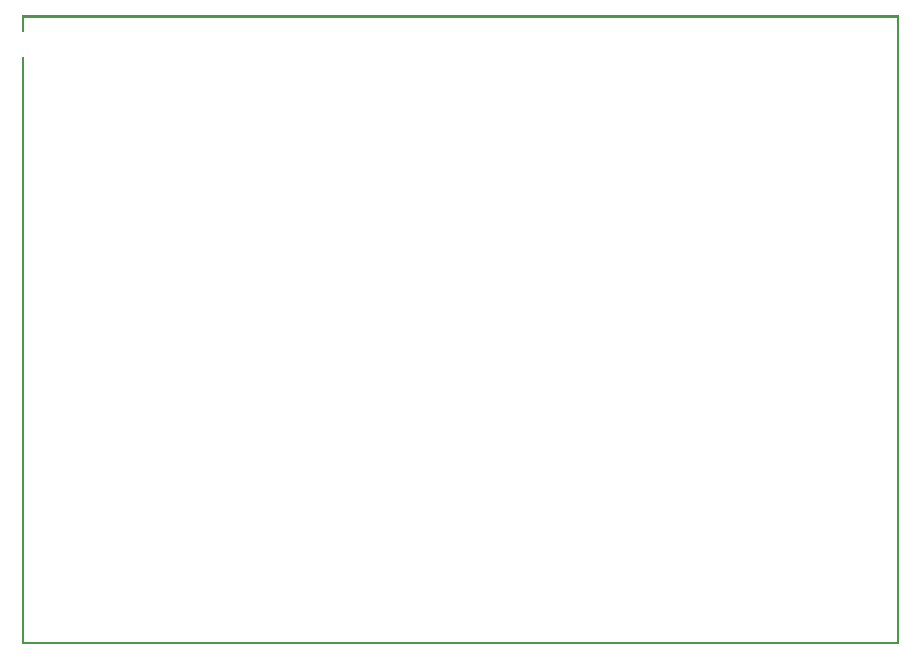
<source format=gbo>
G04 MADE WITH FRITZING*
G04 WWW.FRITZING.ORG*
G04 DOUBLE SIDED*
G04 HOLES PLATED*
G04 CONTOUR ON CENTER OF CONTOUR VECTOR*
%ASAXBY*%
%FSLAX23Y23*%
%MOIN*%
%OFA0B0*%
%SFA1.0B1.0*%
%ADD10R,0.001000X0.001000*%
%LNSILK0*%
G90*
G70*
G54D10*
X0Y2096D02*
X2924Y2096D01*
X0Y2095D02*
X2924Y2095D01*
X0Y2094D02*
X2924Y2094D01*
X0Y2093D02*
X2924Y2093D01*
X0Y2092D02*
X2924Y2092D01*
X0Y2091D02*
X2924Y2091D01*
X0Y2090D02*
X2924Y2090D01*
X0Y2089D02*
X2924Y2089D01*
X0Y2088D02*
X7Y2088D01*
X2917Y2088D02*
X2924Y2088D01*
X0Y2087D02*
X7Y2087D01*
X2917Y2087D02*
X2924Y2087D01*
X0Y2086D02*
X7Y2086D01*
X2917Y2086D02*
X2924Y2086D01*
X0Y2085D02*
X7Y2085D01*
X2917Y2085D02*
X2924Y2085D01*
X0Y2084D02*
X7Y2084D01*
X2917Y2084D02*
X2924Y2084D01*
X0Y2083D02*
X7Y2083D01*
X2917Y2083D02*
X2924Y2083D01*
X0Y2082D02*
X7Y2082D01*
X2917Y2082D02*
X2924Y2082D01*
X0Y2081D02*
X7Y2081D01*
X2917Y2081D02*
X2924Y2081D01*
X0Y2080D02*
X7Y2080D01*
X2917Y2080D02*
X2924Y2080D01*
X0Y2079D02*
X7Y2079D01*
X2917Y2079D02*
X2924Y2079D01*
X0Y2078D02*
X7Y2078D01*
X2917Y2078D02*
X2924Y2078D01*
X0Y2077D02*
X7Y2077D01*
X2917Y2077D02*
X2924Y2077D01*
X0Y2076D02*
X7Y2076D01*
X2917Y2076D02*
X2924Y2076D01*
X0Y2075D02*
X7Y2075D01*
X2917Y2075D02*
X2924Y2075D01*
X0Y2074D02*
X7Y2074D01*
X2917Y2074D02*
X2924Y2074D01*
X0Y2073D02*
X7Y2073D01*
X2917Y2073D02*
X2924Y2073D01*
X0Y2072D02*
X7Y2072D01*
X2917Y2072D02*
X2924Y2072D01*
X0Y2071D02*
X7Y2071D01*
X2917Y2071D02*
X2924Y2071D01*
X0Y2070D02*
X7Y2070D01*
X2917Y2070D02*
X2924Y2070D01*
X0Y2069D02*
X7Y2069D01*
X2917Y2069D02*
X2924Y2069D01*
X0Y2068D02*
X7Y2068D01*
X2917Y2068D02*
X2924Y2068D01*
X0Y2067D02*
X7Y2067D01*
X2917Y2067D02*
X2924Y2067D01*
X0Y2066D02*
X7Y2066D01*
X2917Y2066D02*
X2924Y2066D01*
X0Y2065D02*
X7Y2065D01*
X2917Y2065D02*
X2924Y2065D01*
X0Y2064D02*
X7Y2064D01*
X2917Y2064D02*
X2924Y2064D01*
X0Y2063D02*
X7Y2063D01*
X2917Y2063D02*
X2924Y2063D01*
X0Y2062D02*
X7Y2062D01*
X2917Y2062D02*
X2924Y2062D01*
X0Y2061D02*
X7Y2061D01*
X2917Y2061D02*
X2924Y2061D01*
X0Y2060D02*
X7Y2060D01*
X2917Y2060D02*
X2924Y2060D01*
X0Y2059D02*
X7Y2059D01*
X2917Y2059D02*
X2924Y2059D01*
X0Y2058D02*
X7Y2058D01*
X2917Y2058D02*
X2924Y2058D01*
X0Y2057D02*
X7Y2057D01*
X2917Y2057D02*
X2924Y2057D01*
X0Y2056D02*
X7Y2056D01*
X2917Y2056D02*
X2924Y2056D01*
X0Y2055D02*
X7Y2055D01*
X2917Y2055D02*
X2924Y2055D01*
X0Y2054D02*
X7Y2054D01*
X2917Y2054D02*
X2924Y2054D01*
X0Y2053D02*
X7Y2053D01*
X2917Y2053D02*
X2924Y2053D01*
X0Y2052D02*
X7Y2052D01*
X2917Y2052D02*
X2924Y2052D01*
X0Y2051D02*
X7Y2051D01*
X2917Y2051D02*
X2924Y2051D01*
X0Y2050D02*
X7Y2050D01*
X2917Y2050D02*
X2924Y2050D01*
X0Y2049D02*
X7Y2049D01*
X2917Y2049D02*
X2924Y2049D01*
X0Y2048D02*
X7Y2048D01*
X2917Y2048D02*
X2924Y2048D01*
X0Y2047D02*
X7Y2047D01*
X2917Y2047D02*
X2924Y2047D01*
X0Y2046D02*
X7Y2046D01*
X2917Y2046D02*
X2924Y2046D01*
X0Y2045D02*
X7Y2045D01*
X2917Y2045D02*
X2924Y2045D01*
X0Y2044D02*
X7Y2044D01*
X2917Y2044D02*
X2924Y2044D01*
X0Y2043D02*
X7Y2043D01*
X2917Y2043D02*
X2924Y2043D01*
X0Y2042D02*
X7Y2042D01*
X2917Y2042D02*
X2924Y2042D01*
X0Y2041D02*
X7Y2041D01*
X2917Y2041D02*
X2924Y2041D01*
X2917Y2040D02*
X2924Y2040D01*
X2917Y2039D02*
X2924Y2039D01*
X2917Y2038D02*
X2924Y2038D01*
X2917Y2037D02*
X2924Y2037D01*
X2917Y2036D02*
X2924Y2036D01*
X2917Y2035D02*
X2924Y2035D01*
X2917Y2034D02*
X2924Y2034D01*
X2917Y2033D02*
X2924Y2033D01*
X2917Y2032D02*
X2924Y2032D01*
X2917Y2031D02*
X2924Y2031D01*
X2917Y2030D02*
X2924Y2030D01*
X2917Y2029D02*
X2924Y2029D01*
X2917Y2028D02*
X2924Y2028D01*
X2917Y2027D02*
X2924Y2027D01*
X2917Y2026D02*
X2924Y2026D01*
X2917Y2025D02*
X2924Y2025D01*
X2917Y2024D02*
X2924Y2024D01*
X2917Y2023D02*
X2924Y2023D01*
X2917Y2022D02*
X2924Y2022D01*
X2917Y2021D02*
X2924Y2021D01*
X2917Y2020D02*
X2924Y2020D01*
X2917Y2019D02*
X2924Y2019D01*
X2917Y2018D02*
X2924Y2018D01*
X2917Y2017D02*
X2924Y2017D01*
X2917Y2016D02*
X2924Y2016D01*
X2917Y2015D02*
X2924Y2015D01*
X2917Y2014D02*
X2924Y2014D01*
X2917Y2013D02*
X2924Y2013D01*
X2917Y2012D02*
X2924Y2012D01*
X2917Y2011D02*
X2924Y2011D01*
X2917Y2010D02*
X2924Y2010D01*
X2917Y2009D02*
X2924Y2009D01*
X2917Y2008D02*
X2924Y2008D01*
X2917Y2007D02*
X2924Y2007D01*
X2917Y2006D02*
X2924Y2006D01*
X2917Y2005D02*
X2924Y2005D01*
X2917Y2004D02*
X2924Y2004D01*
X2917Y2003D02*
X2924Y2003D01*
X2917Y2002D02*
X2924Y2002D01*
X2917Y2001D02*
X2924Y2001D01*
X2917Y2000D02*
X2924Y2000D01*
X2917Y1999D02*
X2924Y1999D01*
X2917Y1998D02*
X2924Y1998D01*
X2917Y1997D02*
X2924Y1997D01*
X2917Y1996D02*
X2924Y1996D01*
X2917Y1995D02*
X2924Y1995D01*
X2917Y1994D02*
X2924Y1994D01*
X2917Y1993D02*
X2924Y1993D01*
X2917Y1992D02*
X2924Y1992D01*
X2917Y1991D02*
X2924Y1991D01*
X2917Y1990D02*
X2924Y1990D01*
X2917Y1989D02*
X2924Y1989D01*
X2917Y1988D02*
X2924Y1988D01*
X2917Y1987D02*
X2924Y1987D01*
X2917Y1986D02*
X2924Y1986D01*
X2917Y1985D02*
X2924Y1985D01*
X2917Y1984D02*
X2924Y1984D01*
X2917Y1983D02*
X2924Y1983D01*
X2917Y1982D02*
X2924Y1982D01*
X2917Y1981D02*
X2924Y1981D01*
X2917Y1980D02*
X2924Y1980D01*
X2917Y1979D02*
X2924Y1979D01*
X2917Y1978D02*
X2924Y1978D01*
X2917Y1977D02*
X2924Y1977D01*
X2917Y1976D02*
X2924Y1976D01*
X2917Y1975D02*
X2924Y1975D01*
X2917Y1974D02*
X2924Y1974D01*
X2917Y1973D02*
X2924Y1973D01*
X2917Y1972D02*
X2924Y1972D01*
X2917Y1971D02*
X2924Y1971D01*
X2917Y1970D02*
X2924Y1970D01*
X2917Y1969D02*
X2924Y1969D01*
X2917Y1968D02*
X2924Y1968D01*
X2917Y1967D02*
X2924Y1967D01*
X2917Y1966D02*
X2924Y1966D01*
X2917Y1965D02*
X2924Y1965D01*
X2917Y1964D02*
X2924Y1964D01*
X2917Y1963D02*
X2924Y1963D01*
X2917Y1962D02*
X2924Y1962D01*
X2917Y1961D02*
X2924Y1961D01*
X2917Y1960D02*
X2924Y1960D01*
X2917Y1959D02*
X2924Y1959D01*
X7Y1958D02*
X7Y1958D01*
X2917Y1958D02*
X2924Y1958D01*
X0Y1957D02*
X7Y1957D01*
X2917Y1957D02*
X2924Y1957D01*
X0Y1956D02*
X7Y1956D01*
X2917Y1956D02*
X2924Y1956D01*
X0Y1955D02*
X7Y1955D01*
X2917Y1955D02*
X2924Y1955D01*
X0Y1954D02*
X7Y1954D01*
X2917Y1954D02*
X2924Y1954D01*
X0Y1953D02*
X7Y1953D01*
X2917Y1953D02*
X2924Y1953D01*
X0Y1952D02*
X7Y1952D01*
X2917Y1952D02*
X2924Y1952D01*
X0Y1951D02*
X7Y1951D01*
X2917Y1951D02*
X2924Y1951D01*
X0Y1950D02*
X7Y1950D01*
X2917Y1950D02*
X2924Y1950D01*
X0Y1949D02*
X7Y1949D01*
X2917Y1949D02*
X2924Y1949D01*
X0Y1948D02*
X7Y1948D01*
X2917Y1948D02*
X2924Y1948D01*
X0Y1947D02*
X7Y1947D01*
X2917Y1947D02*
X2924Y1947D01*
X0Y1946D02*
X7Y1946D01*
X2917Y1946D02*
X2924Y1946D01*
X0Y1945D02*
X7Y1945D01*
X2917Y1945D02*
X2924Y1945D01*
X0Y1944D02*
X7Y1944D01*
X2917Y1944D02*
X2924Y1944D01*
X0Y1943D02*
X7Y1943D01*
X2917Y1943D02*
X2924Y1943D01*
X0Y1942D02*
X7Y1942D01*
X2917Y1942D02*
X2924Y1942D01*
X0Y1941D02*
X7Y1941D01*
X2917Y1941D02*
X2924Y1941D01*
X0Y1940D02*
X7Y1940D01*
X2917Y1940D02*
X2924Y1940D01*
X0Y1939D02*
X7Y1939D01*
X2917Y1939D02*
X2924Y1939D01*
X0Y1938D02*
X7Y1938D01*
X2917Y1938D02*
X2924Y1938D01*
X0Y1937D02*
X7Y1937D01*
X2917Y1937D02*
X2924Y1937D01*
X0Y1936D02*
X7Y1936D01*
X2917Y1936D02*
X2924Y1936D01*
X0Y1935D02*
X7Y1935D01*
X2917Y1935D02*
X2924Y1935D01*
X0Y1934D02*
X7Y1934D01*
X2917Y1934D02*
X2924Y1934D01*
X0Y1933D02*
X7Y1933D01*
X2917Y1933D02*
X2924Y1933D01*
X0Y1932D02*
X7Y1932D01*
X2917Y1932D02*
X2924Y1932D01*
X0Y1931D02*
X7Y1931D01*
X2917Y1931D02*
X2924Y1931D01*
X0Y1930D02*
X7Y1930D01*
X2917Y1930D02*
X2924Y1930D01*
X0Y1929D02*
X7Y1929D01*
X2917Y1929D02*
X2924Y1929D01*
X0Y1928D02*
X7Y1928D01*
X2917Y1928D02*
X2924Y1928D01*
X0Y1927D02*
X7Y1927D01*
X2917Y1927D02*
X2924Y1927D01*
X0Y1926D02*
X7Y1926D01*
X2917Y1926D02*
X2924Y1926D01*
X0Y1925D02*
X7Y1925D01*
X2917Y1925D02*
X2924Y1925D01*
X0Y1924D02*
X7Y1924D01*
X2917Y1924D02*
X2924Y1924D01*
X0Y1923D02*
X7Y1923D01*
X2917Y1923D02*
X2924Y1923D01*
X0Y1922D02*
X7Y1922D01*
X2917Y1922D02*
X2924Y1922D01*
X0Y1921D02*
X7Y1921D01*
X2917Y1921D02*
X2924Y1921D01*
X0Y1920D02*
X7Y1920D01*
X2917Y1920D02*
X2924Y1920D01*
X0Y1919D02*
X7Y1919D01*
X2917Y1919D02*
X2924Y1919D01*
X0Y1918D02*
X7Y1918D01*
X2917Y1918D02*
X2924Y1918D01*
X0Y1917D02*
X7Y1917D01*
X2917Y1917D02*
X2924Y1917D01*
X0Y1916D02*
X7Y1916D01*
X2917Y1916D02*
X2924Y1916D01*
X0Y1915D02*
X7Y1915D01*
X2917Y1915D02*
X2924Y1915D01*
X0Y1914D02*
X7Y1914D01*
X2917Y1914D02*
X2924Y1914D01*
X0Y1913D02*
X7Y1913D01*
X2917Y1913D02*
X2924Y1913D01*
X0Y1912D02*
X7Y1912D01*
X2917Y1912D02*
X2924Y1912D01*
X0Y1911D02*
X7Y1911D01*
X2917Y1911D02*
X2924Y1911D01*
X0Y1910D02*
X7Y1910D01*
X2917Y1910D02*
X2924Y1910D01*
X0Y1909D02*
X7Y1909D01*
X2917Y1909D02*
X2924Y1909D01*
X0Y1908D02*
X7Y1908D01*
X2917Y1908D02*
X2924Y1908D01*
X0Y1907D02*
X7Y1907D01*
X2917Y1907D02*
X2924Y1907D01*
X0Y1906D02*
X7Y1906D01*
X2917Y1906D02*
X2924Y1906D01*
X0Y1905D02*
X7Y1905D01*
X2917Y1905D02*
X2924Y1905D01*
X0Y1904D02*
X7Y1904D01*
X2917Y1904D02*
X2924Y1904D01*
X0Y1903D02*
X7Y1903D01*
X2917Y1903D02*
X2924Y1903D01*
X0Y1902D02*
X7Y1902D01*
X2917Y1902D02*
X2924Y1902D01*
X0Y1901D02*
X7Y1901D01*
X2917Y1901D02*
X2924Y1901D01*
X0Y1900D02*
X7Y1900D01*
X2917Y1900D02*
X2924Y1900D01*
X0Y1899D02*
X7Y1899D01*
X2917Y1899D02*
X2924Y1899D01*
X0Y1898D02*
X7Y1898D01*
X2917Y1898D02*
X2924Y1898D01*
X0Y1897D02*
X7Y1897D01*
X2917Y1897D02*
X2924Y1897D01*
X0Y1896D02*
X7Y1896D01*
X2917Y1896D02*
X2924Y1896D01*
X0Y1895D02*
X7Y1895D01*
X2917Y1895D02*
X2924Y1895D01*
X0Y1894D02*
X7Y1894D01*
X2917Y1894D02*
X2924Y1894D01*
X0Y1893D02*
X7Y1893D01*
X2917Y1893D02*
X2924Y1893D01*
X0Y1892D02*
X7Y1892D01*
X2917Y1892D02*
X2924Y1892D01*
X0Y1891D02*
X7Y1891D01*
X2917Y1891D02*
X2924Y1891D01*
X0Y1890D02*
X7Y1890D01*
X2917Y1890D02*
X2924Y1890D01*
X0Y1889D02*
X7Y1889D01*
X2917Y1889D02*
X2924Y1889D01*
X0Y1888D02*
X7Y1888D01*
X2917Y1888D02*
X2924Y1888D01*
X0Y1887D02*
X7Y1887D01*
X2917Y1887D02*
X2924Y1887D01*
X0Y1886D02*
X7Y1886D01*
X2917Y1886D02*
X2924Y1886D01*
X0Y1885D02*
X7Y1885D01*
X2917Y1885D02*
X2924Y1885D01*
X0Y1884D02*
X7Y1884D01*
X2917Y1884D02*
X2924Y1884D01*
X0Y1883D02*
X7Y1883D01*
X2917Y1883D02*
X2924Y1883D01*
X0Y1882D02*
X7Y1882D01*
X2917Y1882D02*
X2924Y1882D01*
X0Y1881D02*
X7Y1881D01*
X2917Y1881D02*
X2924Y1881D01*
X0Y1880D02*
X7Y1880D01*
X2917Y1880D02*
X2924Y1880D01*
X0Y1879D02*
X7Y1879D01*
X2917Y1879D02*
X2924Y1879D01*
X0Y1878D02*
X7Y1878D01*
X2917Y1878D02*
X2924Y1878D01*
X0Y1877D02*
X7Y1877D01*
X2917Y1877D02*
X2924Y1877D01*
X0Y1876D02*
X7Y1876D01*
X2917Y1876D02*
X2924Y1876D01*
X0Y1875D02*
X7Y1875D01*
X2917Y1875D02*
X2924Y1875D01*
X0Y1874D02*
X7Y1874D01*
X2917Y1874D02*
X2924Y1874D01*
X0Y1873D02*
X7Y1873D01*
X2917Y1873D02*
X2924Y1873D01*
X0Y1872D02*
X7Y1872D01*
X2917Y1872D02*
X2924Y1872D01*
X0Y1871D02*
X7Y1871D01*
X2917Y1871D02*
X2924Y1871D01*
X0Y1870D02*
X7Y1870D01*
X2917Y1870D02*
X2924Y1870D01*
X0Y1869D02*
X7Y1869D01*
X2917Y1869D02*
X2924Y1869D01*
X0Y1868D02*
X7Y1868D01*
X2917Y1868D02*
X2924Y1868D01*
X0Y1867D02*
X7Y1867D01*
X2917Y1867D02*
X2924Y1867D01*
X0Y1866D02*
X7Y1866D01*
X2917Y1866D02*
X2924Y1866D01*
X0Y1865D02*
X7Y1865D01*
X2917Y1865D02*
X2924Y1865D01*
X0Y1864D02*
X7Y1864D01*
X2917Y1864D02*
X2924Y1864D01*
X0Y1863D02*
X7Y1863D01*
X2917Y1863D02*
X2924Y1863D01*
X0Y1862D02*
X7Y1862D01*
X2917Y1862D02*
X2924Y1862D01*
X0Y1861D02*
X7Y1861D01*
X2917Y1861D02*
X2924Y1861D01*
X0Y1860D02*
X7Y1860D01*
X2917Y1860D02*
X2924Y1860D01*
X0Y1859D02*
X7Y1859D01*
X2917Y1859D02*
X2924Y1859D01*
X0Y1858D02*
X7Y1858D01*
X2917Y1858D02*
X2924Y1858D01*
X0Y1857D02*
X7Y1857D01*
X2917Y1857D02*
X2924Y1857D01*
X0Y1856D02*
X7Y1856D01*
X2917Y1856D02*
X2924Y1856D01*
X0Y1855D02*
X7Y1855D01*
X2917Y1855D02*
X2924Y1855D01*
X0Y1854D02*
X7Y1854D01*
X2917Y1854D02*
X2924Y1854D01*
X0Y1853D02*
X7Y1853D01*
X2917Y1853D02*
X2924Y1853D01*
X0Y1852D02*
X7Y1852D01*
X2917Y1852D02*
X2924Y1852D01*
X0Y1851D02*
X7Y1851D01*
X2917Y1851D02*
X2924Y1851D01*
X0Y1850D02*
X7Y1850D01*
X2917Y1850D02*
X2924Y1850D01*
X0Y1849D02*
X7Y1849D01*
X2917Y1849D02*
X2924Y1849D01*
X0Y1848D02*
X7Y1848D01*
X2917Y1848D02*
X2924Y1848D01*
X0Y1847D02*
X7Y1847D01*
X2917Y1847D02*
X2924Y1847D01*
X0Y1846D02*
X7Y1846D01*
X2917Y1846D02*
X2924Y1846D01*
X0Y1845D02*
X7Y1845D01*
X2917Y1845D02*
X2924Y1845D01*
X0Y1844D02*
X7Y1844D01*
X2917Y1844D02*
X2924Y1844D01*
X0Y1843D02*
X7Y1843D01*
X2917Y1843D02*
X2924Y1843D01*
X0Y1842D02*
X7Y1842D01*
X2917Y1842D02*
X2924Y1842D01*
X0Y1841D02*
X7Y1841D01*
X2917Y1841D02*
X2924Y1841D01*
X0Y1840D02*
X7Y1840D01*
X2917Y1840D02*
X2924Y1840D01*
X0Y1839D02*
X7Y1839D01*
X2917Y1839D02*
X2924Y1839D01*
X0Y1838D02*
X7Y1838D01*
X2917Y1838D02*
X2924Y1838D01*
X0Y1837D02*
X7Y1837D01*
X2917Y1837D02*
X2924Y1837D01*
X0Y1836D02*
X7Y1836D01*
X2917Y1836D02*
X2924Y1836D01*
X0Y1835D02*
X7Y1835D01*
X2917Y1835D02*
X2924Y1835D01*
X0Y1834D02*
X7Y1834D01*
X2917Y1834D02*
X2924Y1834D01*
X0Y1833D02*
X7Y1833D01*
X2917Y1833D02*
X2924Y1833D01*
X0Y1832D02*
X7Y1832D01*
X2917Y1832D02*
X2924Y1832D01*
X0Y1831D02*
X7Y1831D01*
X2917Y1831D02*
X2924Y1831D01*
X0Y1830D02*
X7Y1830D01*
X2917Y1830D02*
X2924Y1830D01*
X0Y1829D02*
X7Y1829D01*
X2917Y1829D02*
X2924Y1829D01*
X0Y1828D02*
X7Y1828D01*
X2917Y1828D02*
X2924Y1828D01*
X0Y1827D02*
X7Y1827D01*
X2917Y1827D02*
X2924Y1827D01*
X0Y1826D02*
X7Y1826D01*
X2917Y1826D02*
X2924Y1826D01*
X0Y1825D02*
X7Y1825D01*
X2917Y1825D02*
X2924Y1825D01*
X0Y1824D02*
X7Y1824D01*
X2917Y1824D02*
X2924Y1824D01*
X0Y1823D02*
X7Y1823D01*
X2917Y1823D02*
X2924Y1823D01*
X0Y1822D02*
X7Y1822D01*
X2917Y1822D02*
X2924Y1822D01*
X0Y1821D02*
X7Y1821D01*
X2917Y1821D02*
X2924Y1821D01*
X0Y1820D02*
X7Y1820D01*
X2917Y1820D02*
X2924Y1820D01*
X0Y1819D02*
X7Y1819D01*
X2917Y1819D02*
X2924Y1819D01*
X0Y1818D02*
X7Y1818D01*
X2917Y1818D02*
X2924Y1818D01*
X0Y1817D02*
X7Y1817D01*
X2917Y1817D02*
X2924Y1817D01*
X0Y1816D02*
X7Y1816D01*
X2917Y1816D02*
X2924Y1816D01*
X0Y1815D02*
X7Y1815D01*
X2917Y1815D02*
X2924Y1815D01*
X0Y1814D02*
X7Y1814D01*
X2917Y1814D02*
X2924Y1814D01*
X0Y1813D02*
X7Y1813D01*
X2917Y1813D02*
X2924Y1813D01*
X0Y1812D02*
X7Y1812D01*
X2917Y1812D02*
X2924Y1812D01*
X0Y1811D02*
X7Y1811D01*
X2917Y1811D02*
X2924Y1811D01*
X0Y1810D02*
X7Y1810D01*
X2917Y1810D02*
X2924Y1810D01*
X0Y1809D02*
X7Y1809D01*
X2917Y1809D02*
X2924Y1809D01*
X0Y1808D02*
X7Y1808D01*
X2917Y1808D02*
X2924Y1808D01*
X0Y1807D02*
X7Y1807D01*
X2917Y1807D02*
X2924Y1807D01*
X0Y1806D02*
X7Y1806D01*
X2917Y1806D02*
X2924Y1806D01*
X0Y1805D02*
X7Y1805D01*
X2917Y1805D02*
X2924Y1805D01*
X0Y1804D02*
X7Y1804D01*
X2917Y1804D02*
X2924Y1804D01*
X0Y1803D02*
X7Y1803D01*
X2917Y1803D02*
X2924Y1803D01*
X0Y1802D02*
X7Y1802D01*
X2917Y1802D02*
X2924Y1802D01*
X0Y1801D02*
X7Y1801D01*
X2917Y1801D02*
X2924Y1801D01*
X0Y1800D02*
X7Y1800D01*
X2917Y1800D02*
X2924Y1800D01*
X0Y1799D02*
X7Y1799D01*
X2917Y1799D02*
X2924Y1799D01*
X0Y1798D02*
X7Y1798D01*
X2917Y1798D02*
X2924Y1798D01*
X0Y1797D02*
X7Y1797D01*
X2917Y1797D02*
X2924Y1797D01*
X0Y1796D02*
X7Y1796D01*
X2917Y1796D02*
X2924Y1796D01*
X0Y1795D02*
X7Y1795D01*
X2917Y1795D02*
X2924Y1795D01*
X0Y1794D02*
X7Y1794D01*
X2917Y1794D02*
X2924Y1794D01*
X0Y1793D02*
X7Y1793D01*
X2917Y1793D02*
X2924Y1793D01*
X0Y1792D02*
X7Y1792D01*
X2917Y1792D02*
X2924Y1792D01*
X0Y1791D02*
X7Y1791D01*
X2917Y1791D02*
X2924Y1791D01*
X0Y1790D02*
X7Y1790D01*
X2917Y1790D02*
X2924Y1790D01*
X0Y1789D02*
X7Y1789D01*
X2917Y1789D02*
X2924Y1789D01*
X0Y1788D02*
X7Y1788D01*
X2917Y1788D02*
X2924Y1788D01*
X0Y1787D02*
X7Y1787D01*
X2917Y1787D02*
X2924Y1787D01*
X0Y1786D02*
X7Y1786D01*
X2917Y1786D02*
X2924Y1786D01*
X0Y1785D02*
X7Y1785D01*
X2917Y1785D02*
X2924Y1785D01*
X0Y1784D02*
X7Y1784D01*
X2917Y1784D02*
X2924Y1784D01*
X0Y1783D02*
X7Y1783D01*
X2917Y1783D02*
X2924Y1783D01*
X0Y1782D02*
X7Y1782D01*
X2917Y1782D02*
X2924Y1782D01*
X0Y1781D02*
X7Y1781D01*
X2917Y1781D02*
X2924Y1781D01*
X0Y1780D02*
X7Y1780D01*
X2917Y1780D02*
X2924Y1780D01*
X0Y1779D02*
X7Y1779D01*
X2917Y1779D02*
X2924Y1779D01*
X0Y1778D02*
X7Y1778D01*
X2917Y1778D02*
X2924Y1778D01*
X0Y1777D02*
X7Y1777D01*
X2917Y1777D02*
X2924Y1777D01*
X0Y1776D02*
X7Y1776D01*
X2917Y1776D02*
X2924Y1776D01*
X0Y1775D02*
X7Y1775D01*
X2917Y1775D02*
X2924Y1775D01*
X0Y1774D02*
X7Y1774D01*
X2917Y1774D02*
X2924Y1774D01*
X0Y1773D02*
X7Y1773D01*
X2917Y1773D02*
X2924Y1773D01*
X0Y1772D02*
X7Y1772D01*
X2917Y1772D02*
X2924Y1772D01*
X0Y1771D02*
X7Y1771D01*
X2917Y1771D02*
X2924Y1771D01*
X0Y1770D02*
X7Y1770D01*
X2917Y1770D02*
X2924Y1770D01*
X0Y1769D02*
X7Y1769D01*
X2917Y1769D02*
X2924Y1769D01*
X0Y1768D02*
X7Y1768D01*
X2917Y1768D02*
X2924Y1768D01*
X0Y1767D02*
X7Y1767D01*
X2917Y1767D02*
X2924Y1767D01*
X0Y1766D02*
X7Y1766D01*
X2917Y1766D02*
X2924Y1766D01*
X0Y1765D02*
X7Y1765D01*
X2917Y1765D02*
X2924Y1765D01*
X0Y1764D02*
X7Y1764D01*
X2917Y1764D02*
X2924Y1764D01*
X0Y1763D02*
X7Y1763D01*
X2917Y1763D02*
X2924Y1763D01*
X0Y1762D02*
X7Y1762D01*
X2917Y1762D02*
X2924Y1762D01*
X0Y1761D02*
X7Y1761D01*
X2917Y1761D02*
X2924Y1761D01*
X0Y1760D02*
X7Y1760D01*
X2917Y1760D02*
X2924Y1760D01*
X0Y1759D02*
X7Y1759D01*
X2917Y1759D02*
X2924Y1759D01*
X0Y1758D02*
X7Y1758D01*
X2917Y1758D02*
X2924Y1758D01*
X0Y1757D02*
X7Y1757D01*
X2917Y1757D02*
X2924Y1757D01*
X0Y1756D02*
X7Y1756D01*
X2917Y1756D02*
X2924Y1756D01*
X0Y1755D02*
X7Y1755D01*
X2917Y1755D02*
X2924Y1755D01*
X0Y1754D02*
X7Y1754D01*
X2917Y1754D02*
X2924Y1754D01*
X0Y1753D02*
X7Y1753D01*
X2917Y1753D02*
X2924Y1753D01*
X0Y1752D02*
X7Y1752D01*
X2917Y1752D02*
X2924Y1752D01*
X0Y1751D02*
X7Y1751D01*
X2917Y1751D02*
X2924Y1751D01*
X0Y1750D02*
X7Y1750D01*
X2917Y1750D02*
X2924Y1750D01*
X0Y1749D02*
X7Y1749D01*
X2917Y1749D02*
X2924Y1749D01*
X0Y1748D02*
X7Y1748D01*
X2917Y1748D02*
X2924Y1748D01*
X0Y1747D02*
X7Y1747D01*
X2917Y1747D02*
X2924Y1747D01*
X0Y1746D02*
X7Y1746D01*
X2917Y1746D02*
X2924Y1746D01*
X0Y1745D02*
X7Y1745D01*
X2917Y1745D02*
X2924Y1745D01*
X0Y1744D02*
X7Y1744D01*
X2917Y1744D02*
X2924Y1744D01*
X0Y1743D02*
X7Y1743D01*
X2917Y1743D02*
X2924Y1743D01*
X0Y1742D02*
X7Y1742D01*
X2917Y1742D02*
X2924Y1742D01*
X0Y1741D02*
X7Y1741D01*
X2917Y1741D02*
X2924Y1741D01*
X0Y1740D02*
X7Y1740D01*
X2917Y1740D02*
X2924Y1740D01*
X0Y1739D02*
X7Y1739D01*
X2917Y1739D02*
X2924Y1739D01*
X0Y1738D02*
X7Y1738D01*
X2917Y1738D02*
X2924Y1738D01*
X0Y1737D02*
X7Y1737D01*
X2917Y1737D02*
X2924Y1737D01*
X0Y1736D02*
X7Y1736D01*
X2917Y1736D02*
X2924Y1736D01*
X0Y1735D02*
X7Y1735D01*
X2917Y1735D02*
X2924Y1735D01*
X0Y1734D02*
X7Y1734D01*
X2917Y1734D02*
X2924Y1734D01*
X0Y1733D02*
X7Y1733D01*
X2917Y1733D02*
X2924Y1733D01*
X0Y1732D02*
X7Y1732D01*
X2917Y1732D02*
X2924Y1732D01*
X0Y1731D02*
X7Y1731D01*
X2917Y1731D02*
X2924Y1731D01*
X0Y1730D02*
X7Y1730D01*
X2917Y1730D02*
X2924Y1730D01*
X0Y1729D02*
X7Y1729D01*
X2917Y1729D02*
X2924Y1729D01*
X0Y1728D02*
X7Y1728D01*
X2917Y1728D02*
X2924Y1728D01*
X0Y1727D02*
X7Y1727D01*
X2917Y1727D02*
X2924Y1727D01*
X0Y1726D02*
X7Y1726D01*
X2917Y1726D02*
X2924Y1726D01*
X0Y1725D02*
X7Y1725D01*
X2917Y1725D02*
X2924Y1725D01*
X0Y1724D02*
X7Y1724D01*
X2917Y1724D02*
X2924Y1724D01*
X0Y1723D02*
X7Y1723D01*
X2917Y1723D02*
X2924Y1723D01*
X0Y1722D02*
X7Y1722D01*
X2917Y1722D02*
X2924Y1722D01*
X0Y1721D02*
X7Y1721D01*
X2917Y1721D02*
X2924Y1721D01*
X0Y1720D02*
X7Y1720D01*
X2917Y1720D02*
X2924Y1720D01*
X0Y1719D02*
X7Y1719D01*
X2917Y1719D02*
X2924Y1719D01*
X0Y1718D02*
X7Y1718D01*
X2917Y1718D02*
X2924Y1718D01*
X0Y1717D02*
X7Y1717D01*
X2917Y1717D02*
X2924Y1717D01*
X0Y1716D02*
X7Y1716D01*
X2917Y1716D02*
X2924Y1716D01*
X0Y1715D02*
X7Y1715D01*
X2917Y1715D02*
X2924Y1715D01*
X0Y1714D02*
X7Y1714D01*
X2917Y1714D02*
X2924Y1714D01*
X0Y1713D02*
X7Y1713D01*
X2917Y1713D02*
X2924Y1713D01*
X0Y1712D02*
X7Y1712D01*
X2917Y1712D02*
X2924Y1712D01*
X0Y1711D02*
X7Y1711D01*
X2917Y1711D02*
X2924Y1711D01*
X0Y1710D02*
X7Y1710D01*
X2917Y1710D02*
X2924Y1710D01*
X0Y1709D02*
X7Y1709D01*
X2917Y1709D02*
X2924Y1709D01*
X0Y1708D02*
X7Y1708D01*
X2917Y1708D02*
X2924Y1708D01*
X0Y1707D02*
X7Y1707D01*
X2917Y1707D02*
X2924Y1707D01*
X0Y1706D02*
X7Y1706D01*
X2917Y1706D02*
X2924Y1706D01*
X0Y1705D02*
X7Y1705D01*
X2917Y1705D02*
X2924Y1705D01*
X0Y1704D02*
X7Y1704D01*
X2917Y1704D02*
X2924Y1704D01*
X0Y1703D02*
X7Y1703D01*
X2917Y1703D02*
X2924Y1703D01*
X0Y1702D02*
X7Y1702D01*
X2917Y1702D02*
X2924Y1702D01*
X0Y1701D02*
X7Y1701D01*
X2917Y1701D02*
X2924Y1701D01*
X0Y1700D02*
X7Y1700D01*
X2917Y1700D02*
X2924Y1700D01*
X0Y1699D02*
X7Y1699D01*
X2917Y1699D02*
X2924Y1699D01*
X0Y1698D02*
X7Y1698D01*
X2917Y1698D02*
X2924Y1698D01*
X0Y1697D02*
X7Y1697D01*
X2917Y1697D02*
X2924Y1697D01*
X0Y1696D02*
X7Y1696D01*
X2917Y1696D02*
X2924Y1696D01*
X0Y1695D02*
X7Y1695D01*
X2917Y1695D02*
X2924Y1695D01*
X0Y1694D02*
X7Y1694D01*
X2917Y1694D02*
X2924Y1694D01*
X0Y1693D02*
X7Y1693D01*
X2917Y1693D02*
X2924Y1693D01*
X0Y1692D02*
X7Y1692D01*
X2917Y1692D02*
X2924Y1692D01*
X0Y1691D02*
X7Y1691D01*
X2917Y1691D02*
X2924Y1691D01*
X0Y1690D02*
X7Y1690D01*
X2917Y1690D02*
X2924Y1690D01*
X0Y1689D02*
X7Y1689D01*
X2917Y1689D02*
X2924Y1689D01*
X0Y1688D02*
X7Y1688D01*
X2917Y1688D02*
X2924Y1688D01*
X0Y1687D02*
X7Y1687D01*
X2917Y1687D02*
X2924Y1687D01*
X0Y1686D02*
X7Y1686D01*
X2917Y1686D02*
X2924Y1686D01*
X0Y1685D02*
X7Y1685D01*
X2917Y1685D02*
X2924Y1685D01*
X0Y1684D02*
X7Y1684D01*
X2917Y1684D02*
X2924Y1684D01*
X0Y1683D02*
X7Y1683D01*
X2917Y1683D02*
X2924Y1683D01*
X0Y1682D02*
X7Y1682D01*
X2917Y1682D02*
X2924Y1682D01*
X0Y1681D02*
X7Y1681D01*
X2917Y1681D02*
X2924Y1681D01*
X0Y1680D02*
X7Y1680D01*
X2917Y1680D02*
X2924Y1680D01*
X0Y1679D02*
X7Y1679D01*
X2917Y1679D02*
X2924Y1679D01*
X0Y1678D02*
X7Y1678D01*
X2917Y1678D02*
X2924Y1678D01*
X0Y1677D02*
X7Y1677D01*
X2917Y1677D02*
X2924Y1677D01*
X0Y1676D02*
X7Y1676D01*
X2917Y1676D02*
X2924Y1676D01*
X0Y1675D02*
X7Y1675D01*
X2917Y1675D02*
X2924Y1675D01*
X0Y1674D02*
X7Y1674D01*
X2917Y1674D02*
X2924Y1674D01*
X0Y1673D02*
X7Y1673D01*
X2917Y1673D02*
X2924Y1673D01*
X0Y1672D02*
X7Y1672D01*
X2917Y1672D02*
X2924Y1672D01*
X0Y1671D02*
X7Y1671D01*
X2917Y1671D02*
X2924Y1671D01*
X0Y1670D02*
X7Y1670D01*
X2917Y1670D02*
X2924Y1670D01*
X0Y1669D02*
X7Y1669D01*
X2917Y1669D02*
X2924Y1669D01*
X0Y1668D02*
X7Y1668D01*
X2917Y1668D02*
X2924Y1668D01*
X0Y1667D02*
X7Y1667D01*
X2917Y1667D02*
X2924Y1667D01*
X0Y1666D02*
X7Y1666D01*
X2917Y1666D02*
X2924Y1666D01*
X0Y1665D02*
X7Y1665D01*
X2917Y1665D02*
X2924Y1665D01*
X0Y1664D02*
X7Y1664D01*
X2917Y1664D02*
X2924Y1664D01*
X0Y1663D02*
X7Y1663D01*
X2917Y1663D02*
X2924Y1663D01*
X0Y1662D02*
X7Y1662D01*
X2917Y1662D02*
X2924Y1662D01*
X0Y1661D02*
X7Y1661D01*
X2917Y1661D02*
X2924Y1661D01*
X0Y1660D02*
X7Y1660D01*
X2917Y1660D02*
X2924Y1660D01*
X0Y1659D02*
X7Y1659D01*
X2917Y1659D02*
X2924Y1659D01*
X0Y1658D02*
X7Y1658D01*
X2917Y1658D02*
X2924Y1658D01*
X0Y1657D02*
X7Y1657D01*
X2917Y1657D02*
X2924Y1657D01*
X0Y1656D02*
X7Y1656D01*
X2917Y1656D02*
X2924Y1656D01*
X0Y1655D02*
X7Y1655D01*
X2917Y1655D02*
X2924Y1655D01*
X0Y1654D02*
X7Y1654D01*
X2917Y1654D02*
X2924Y1654D01*
X0Y1653D02*
X7Y1653D01*
X2917Y1653D02*
X2924Y1653D01*
X0Y1652D02*
X7Y1652D01*
X2917Y1652D02*
X2924Y1652D01*
X0Y1651D02*
X7Y1651D01*
X2917Y1651D02*
X2924Y1651D01*
X0Y1650D02*
X7Y1650D01*
X2917Y1650D02*
X2924Y1650D01*
X0Y1649D02*
X7Y1649D01*
X2917Y1649D02*
X2924Y1649D01*
X0Y1648D02*
X7Y1648D01*
X2917Y1648D02*
X2924Y1648D01*
X0Y1647D02*
X7Y1647D01*
X2917Y1647D02*
X2924Y1647D01*
X0Y1646D02*
X7Y1646D01*
X2917Y1646D02*
X2924Y1646D01*
X0Y1645D02*
X7Y1645D01*
X2917Y1645D02*
X2924Y1645D01*
X0Y1644D02*
X7Y1644D01*
X2917Y1644D02*
X2924Y1644D01*
X0Y1643D02*
X7Y1643D01*
X2917Y1643D02*
X2924Y1643D01*
X0Y1642D02*
X7Y1642D01*
X2917Y1642D02*
X2924Y1642D01*
X0Y1641D02*
X7Y1641D01*
X2917Y1641D02*
X2924Y1641D01*
X0Y1640D02*
X7Y1640D01*
X2917Y1640D02*
X2924Y1640D01*
X0Y1639D02*
X7Y1639D01*
X2917Y1639D02*
X2924Y1639D01*
X0Y1638D02*
X7Y1638D01*
X2917Y1638D02*
X2924Y1638D01*
X0Y1637D02*
X7Y1637D01*
X2917Y1637D02*
X2924Y1637D01*
X0Y1636D02*
X7Y1636D01*
X2917Y1636D02*
X2924Y1636D01*
X0Y1635D02*
X7Y1635D01*
X2917Y1635D02*
X2924Y1635D01*
X0Y1634D02*
X7Y1634D01*
X2917Y1634D02*
X2924Y1634D01*
X0Y1633D02*
X7Y1633D01*
X2917Y1633D02*
X2924Y1633D01*
X0Y1632D02*
X7Y1632D01*
X2917Y1632D02*
X2924Y1632D01*
X0Y1631D02*
X7Y1631D01*
X2917Y1631D02*
X2924Y1631D01*
X0Y1630D02*
X7Y1630D01*
X2917Y1630D02*
X2924Y1630D01*
X0Y1629D02*
X7Y1629D01*
X2917Y1629D02*
X2924Y1629D01*
X0Y1628D02*
X7Y1628D01*
X2917Y1628D02*
X2924Y1628D01*
X0Y1627D02*
X7Y1627D01*
X2917Y1627D02*
X2924Y1627D01*
X0Y1626D02*
X7Y1626D01*
X2917Y1626D02*
X2924Y1626D01*
X0Y1625D02*
X7Y1625D01*
X2917Y1625D02*
X2924Y1625D01*
X0Y1624D02*
X7Y1624D01*
X2917Y1624D02*
X2924Y1624D01*
X0Y1623D02*
X7Y1623D01*
X2917Y1623D02*
X2924Y1623D01*
X0Y1622D02*
X7Y1622D01*
X2917Y1622D02*
X2924Y1622D01*
X0Y1621D02*
X7Y1621D01*
X2917Y1621D02*
X2924Y1621D01*
X0Y1620D02*
X7Y1620D01*
X2917Y1620D02*
X2924Y1620D01*
X0Y1619D02*
X7Y1619D01*
X2917Y1619D02*
X2924Y1619D01*
X0Y1618D02*
X7Y1618D01*
X2917Y1618D02*
X2924Y1618D01*
X0Y1617D02*
X7Y1617D01*
X2917Y1617D02*
X2924Y1617D01*
X0Y1616D02*
X7Y1616D01*
X2917Y1616D02*
X2924Y1616D01*
X0Y1615D02*
X7Y1615D01*
X2917Y1615D02*
X2924Y1615D01*
X0Y1614D02*
X7Y1614D01*
X2917Y1614D02*
X2924Y1614D01*
X0Y1613D02*
X7Y1613D01*
X2917Y1613D02*
X2924Y1613D01*
X0Y1612D02*
X7Y1612D01*
X2917Y1612D02*
X2924Y1612D01*
X0Y1611D02*
X7Y1611D01*
X2917Y1611D02*
X2924Y1611D01*
X0Y1610D02*
X7Y1610D01*
X2917Y1610D02*
X2924Y1610D01*
X0Y1609D02*
X7Y1609D01*
X2917Y1609D02*
X2924Y1609D01*
X0Y1608D02*
X7Y1608D01*
X2917Y1608D02*
X2924Y1608D01*
X0Y1607D02*
X7Y1607D01*
X2917Y1607D02*
X2924Y1607D01*
X0Y1606D02*
X7Y1606D01*
X2917Y1606D02*
X2924Y1606D01*
X0Y1605D02*
X7Y1605D01*
X2917Y1605D02*
X2924Y1605D01*
X0Y1604D02*
X7Y1604D01*
X2917Y1604D02*
X2924Y1604D01*
X0Y1603D02*
X7Y1603D01*
X2917Y1603D02*
X2924Y1603D01*
X0Y1602D02*
X7Y1602D01*
X2917Y1602D02*
X2924Y1602D01*
X0Y1601D02*
X7Y1601D01*
X2917Y1601D02*
X2924Y1601D01*
X0Y1600D02*
X7Y1600D01*
X2917Y1600D02*
X2924Y1600D01*
X0Y1599D02*
X7Y1599D01*
X2917Y1599D02*
X2924Y1599D01*
X0Y1598D02*
X7Y1598D01*
X2917Y1598D02*
X2924Y1598D01*
X0Y1597D02*
X7Y1597D01*
X2917Y1597D02*
X2924Y1597D01*
X0Y1596D02*
X7Y1596D01*
X2917Y1596D02*
X2924Y1596D01*
X0Y1595D02*
X7Y1595D01*
X2917Y1595D02*
X2924Y1595D01*
X0Y1594D02*
X7Y1594D01*
X2917Y1594D02*
X2924Y1594D01*
X0Y1593D02*
X7Y1593D01*
X2917Y1593D02*
X2924Y1593D01*
X0Y1592D02*
X7Y1592D01*
X2917Y1592D02*
X2924Y1592D01*
X0Y1591D02*
X7Y1591D01*
X2917Y1591D02*
X2924Y1591D01*
X0Y1590D02*
X7Y1590D01*
X2917Y1590D02*
X2924Y1590D01*
X0Y1589D02*
X7Y1589D01*
X2917Y1589D02*
X2924Y1589D01*
X0Y1588D02*
X7Y1588D01*
X2917Y1588D02*
X2924Y1588D01*
X0Y1587D02*
X7Y1587D01*
X2917Y1587D02*
X2924Y1587D01*
X0Y1586D02*
X7Y1586D01*
X2917Y1586D02*
X2924Y1586D01*
X0Y1585D02*
X7Y1585D01*
X2917Y1585D02*
X2924Y1585D01*
X0Y1584D02*
X7Y1584D01*
X2917Y1584D02*
X2924Y1584D01*
X0Y1583D02*
X7Y1583D01*
X2917Y1583D02*
X2924Y1583D01*
X0Y1582D02*
X7Y1582D01*
X2917Y1582D02*
X2924Y1582D01*
X0Y1581D02*
X7Y1581D01*
X2917Y1581D02*
X2924Y1581D01*
X0Y1580D02*
X7Y1580D01*
X2917Y1580D02*
X2924Y1580D01*
X0Y1579D02*
X7Y1579D01*
X2917Y1579D02*
X2924Y1579D01*
X0Y1578D02*
X7Y1578D01*
X2917Y1578D02*
X2924Y1578D01*
X0Y1577D02*
X7Y1577D01*
X2917Y1577D02*
X2924Y1577D01*
X0Y1576D02*
X7Y1576D01*
X2917Y1576D02*
X2924Y1576D01*
X0Y1575D02*
X7Y1575D01*
X2917Y1575D02*
X2924Y1575D01*
X0Y1574D02*
X7Y1574D01*
X2917Y1574D02*
X2924Y1574D01*
X0Y1573D02*
X7Y1573D01*
X2917Y1573D02*
X2924Y1573D01*
X0Y1572D02*
X7Y1572D01*
X2917Y1572D02*
X2924Y1572D01*
X0Y1571D02*
X7Y1571D01*
X2917Y1571D02*
X2924Y1571D01*
X0Y1570D02*
X7Y1570D01*
X2917Y1570D02*
X2924Y1570D01*
X0Y1569D02*
X7Y1569D01*
X2917Y1569D02*
X2924Y1569D01*
X0Y1568D02*
X7Y1568D01*
X2917Y1568D02*
X2924Y1568D01*
X0Y1567D02*
X7Y1567D01*
X2917Y1567D02*
X2924Y1567D01*
X0Y1566D02*
X7Y1566D01*
X2917Y1566D02*
X2924Y1566D01*
X0Y1565D02*
X7Y1565D01*
X2917Y1565D02*
X2924Y1565D01*
X0Y1564D02*
X7Y1564D01*
X2917Y1564D02*
X2924Y1564D01*
X0Y1563D02*
X7Y1563D01*
X2917Y1563D02*
X2924Y1563D01*
X0Y1562D02*
X7Y1562D01*
X2917Y1562D02*
X2924Y1562D01*
X0Y1561D02*
X7Y1561D01*
X2917Y1561D02*
X2924Y1561D01*
X0Y1560D02*
X7Y1560D01*
X2917Y1560D02*
X2924Y1560D01*
X0Y1559D02*
X7Y1559D01*
X2917Y1559D02*
X2924Y1559D01*
X0Y1558D02*
X7Y1558D01*
X2917Y1558D02*
X2924Y1558D01*
X0Y1557D02*
X7Y1557D01*
X2917Y1557D02*
X2924Y1557D01*
X0Y1556D02*
X7Y1556D01*
X2917Y1556D02*
X2924Y1556D01*
X0Y1555D02*
X7Y1555D01*
X2917Y1555D02*
X2924Y1555D01*
X0Y1554D02*
X7Y1554D01*
X2917Y1554D02*
X2924Y1554D01*
X0Y1553D02*
X7Y1553D01*
X2917Y1553D02*
X2924Y1553D01*
X0Y1552D02*
X7Y1552D01*
X2917Y1552D02*
X2924Y1552D01*
X0Y1551D02*
X7Y1551D01*
X2917Y1551D02*
X2924Y1551D01*
X0Y1550D02*
X7Y1550D01*
X2917Y1550D02*
X2924Y1550D01*
X0Y1549D02*
X7Y1549D01*
X2917Y1549D02*
X2924Y1549D01*
X0Y1548D02*
X7Y1548D01*
X2917Y1548D02*
X2924Y1548D01*
X0Y1547D02*
X7Y1547D01*
X2917Y1547D02*
X2924Y1547D01*
X0Y1546D02*
X7Y1546D01*
X2917Y1546D02*
X2924Y1546D01*
X0Y1545D02*
X7Y1545D01*
X2917Y1545D02*
X2924Y1545D01*
X0Y1544D02*
X7Y1544D01*
X2917Y1544D02*
X2924Y1544D01*
X0Y1543D02*
X7Y1543D01*
X2917Y1543D02*
X2924Y1543D01*
X0Y1542D02*
X7Y1542D01*
X2917Y1542D02*
X2924Y1542D01*
X0Y1541D02*
X7Y1541D01*
X2917Y1541D02*
X2924Y1541D01*
X0Y1540D02*
X7Y1540D01*
X2917Y1540D02*
X2924Y1540D01*
X0Y1539D02*
X7Y1539D01*
X2917Y1539D02*
X2924Y1539D01*
X0Y1538D02*
X7Y1538D01*
X2917Y1538D02*
X2924Y1538D01*
X0Y1537D02*
X7Y1537D01*
X2917Y1537D02*
X2924Y1537D01*
X0Y1536D02*
X7Y1536D01*
X2917Y1536D02*
X2924Y1536D01*
X0Y1535D02*
X7Y1535D01*
X2917Y1535D02*
X2924Y1535D01*
X0Y1534D02*
X7Y1534D01*
X2917Y1534D02*
X2924Y1534D01*
X0Y1533D02*
X7Y1533D01*
X2917Y1533D02*
X2924Y1533D01*
X0Y1532D02*
X7Y1532D01*
X2917Y1532D02*
X2924Y1532D01*
X0Y1531D02*
X7Y1531D01*
X2917Y1531D02*
X2924Y1531D01*
X0Y1530D02*
X7Y1530D01*
X2917Y1530D02*
X2924Y1530D01*
X0Y1529D02*
X7Y1529D01*
X2917Y1529D02*
X2924Y1529D01*
X0Y1528D02*
X7Y1528D01*
X2917Y1528D02*
X2924Y1528D01*
X0Y1527D02*
X7Y1527D01*
X2917Y1527D02*
X2924Y1527D01*
X0Y1526D02*
X7Y1526D01*
X2917Y1526D02*
X2924Y1526D01*
X0Y1525D02*
X7Y1525D01*
X2917Y1525D02*
X2924Y1525D01*
X0Y1524D02*
X7Y1524D01*
X2917Y1524D02*
X2924Y1524D01*
X0Y1523D02*
X7Y1523D01*
X2917Y1523D02*
X2924Y1523D01*
X0Y1522D02*
X7Y1522D01*
X2917Y1522D02*
X2924Y1522D01*
X0Y1521D02*
X7Y1521D01*
X2917Y1521D02*
X2924Y1521D01*
X0Y1520D02*
X7Y1520D01*
X2917Y1520D02*
X2924Y1520D01*
X0Y1519D02*
X7Y1519D01*
X2917Y1519D02*
X2924Y1519D01*
X0Y1518D02*
X7Y1518D01*
X2917Y1518D02*
X2924Y1518D01*
X0Y1517D02*
X7Y1517D01*
X2917Y1517D02*
X2924Y1517D01*
X0Y1516D02*
X7Y1516D01*
X2917Y1516D02*
X2924Y1516D01*
X0Y1515D02*
X7Y1515D01*
X2917Y1515D02*
X2924Y1515D01*
X0Y1514D02*
X7Y1514D01*
X2917Y1514D02*
X2924Y1514D01*
X0Y1513D02*
X7Y1513D01*
X2917Y1513D02*
X2924Y1513D01*
X0Y1512D02*
X7Y1512D01*
X2917Y1512D02*
X2924Y1512D01*
X0Y1511D02*
X7Y1511D01*
X2917Y1511D02*
X2924Y1511D01*
X0Y1510D02*
X7Y1510D01*
X2917Y1510D02*
X2924Y1510D01*
X0Y1509D02*
X7Y1509D01*
X2917Y1509D02*
X2924Y1509D01*
X0Y1508D02*
X7Y1508D01*
X2917Y1508D02*
X2924Y1508D01*
X0Y1507D02*
X7Y1507D01*
X2917Y1507D02*
X2924Y1507D01*
X0Y1506D02*
X7Y1506D01*
X2917Y1506D02*
X2924Y1506D01*
X0Y1505D02*
X7Y1505D01*
X2917Y1505D02*
X2924Y1505D01*
X0Y1504D02*
X7Y1504D01*
X2917Y1504D02*
X2924Y1504D01*
X0Y1503D02*
X7Y1503D01*
X2917Y1503D02*
X2924Y1503D01*
X0Y1502D02*
X7Y1502D01*
X2917Y1502D02*
X2924Y1502D01*
X0Y1501D02*
X7Y1501D01*
X2917Y1501D02*
X2924Y1501D01*
X0Y1500D02*
X7Y1500D01*
X2917Y1500D02*
X2924Y1500D01*
X0Y1499D02*
X7Y1499D01*
X2917Y1499D02*
X2924Y1499D01*
X0Y1498D02*
X7Y1498D01*
X2917Y1498D02*
X2924Y1498D01*
X0Y1497D02*
X7Y1497D01*
X2917Y1497D02*
X2924Y1497D01*
X0Y1496D02*
X7Y1496D01*
X2917Y1496D02*
X2924Y1496D01*
X0Y1495D02*
X7Y1495D01*
X2917Y1495D02*
X2924Y1495D01*
X0Y1494D02*
X7Y1494D01*
X2917Y1494D02*
X2924Y1494D01*
X0Y1493D02*
X7Y1493D01*
X2917Y1493D02*
X2924Y1493D01*
X0Y1492D02*
X7Y1492D01*
X2917Y1492D02*
X2924Y1492D01*
X0Y1491D02*
X7Y1491D01*
X2917Y1491D02*
X2924Y1491D01*
X0Y1490D02*
X7Y1490D01*
X2917Y1490D02*
X2924Y1490D01*
X0Y1489D02*
X7Y1489D01*
X2917Y1489D02*
X2924Y1489D01*
X0Y1488D02*
X7Y1488D01*
X2917Y1488D02*
X2924Y1488D01*
X0Y1487D02*
X7Y1487D01*
X2917Y1487D02*
X2924Y1487D01*
X0Y1486D02*
X7Y1486D01*
X2917Y1486D02*
X2924Y1486D01*
X0Y1485D02*
X7Y1485D01*
X2917Y1485D02*
X2924Y1485D01*
X0Y1484D02*
X7Y1484D01*
X2917Y1484D02*
X2924Y1484D01*
X0Y1483D02*
X7Y1483D01*
X2917Y1483D02*
X2924Y1483D01*
X0Y1482D02*
X7Y1482D01*
X2917Y1482D02*
X2924Y1482D01*
X0Y1481D02*
X7Y1481D01*
X2917Y1481D02*
X2924Y1481D01*
X0Y1480D02*
X7Y1480D01*
X2917Y1480D02*
X2924Y1480D01*
X0Y1479D02*
X7Y1479D01*
X2917Y1479D02*
X2924Y1479D01*
X0Y1478D02*
X7Y1478D01*
X2917Y1478D02*
X2924Y1478D01*
X0Y1477D02*
X7Y1477D01*
X2917Y1477D02*
X2924Y1477D01*
X0Y1476D02*
X7Y1476D01*
X2917Y1476D02*
X2924Y1476D01*
X0Y1475D02*
X7Y1475D01*
X2917Y1475D02*
X2924Y1475D01*
X0Y1474D02*
X7Y1474D01*
X2917Y1474D02*
X2924Y1474D01*
X0Y1473D02*
X7Y1473D01*
X2917Y1473D02*
X2924Y1473D01*
X0Y1472D02*
X7Y1472D01*
X2917Y1472D02*
X2924Y1472D01*
X0Y1471D02*
X7Y1471D01*
X2917Y1471D02*
X2924Y1471D01*
X0Y1470D02*
X7Y1470D01*
X2917Y1470D02*
X2924Y1470D01*
X0Y1469D02*
X7Y1469D01*
X2917Y1469D02*
X2924Y1469D01*
X0Y1468D02*
X7Y1468D01*
X2917Y1468D02*
X2924Y1468D01*
X0Y1467D02*
X7Y1467D01*
X2917Y1467D02*
X2924Y1467D01*
X0Y1466D02*
X7Y1466D01*
X2917Y1466D02*
X2924Y1466D01*
X0Y1465D02*
X7Y1465D01*
X2917Y1465D02*
X2924Y1465D01*
X0Y1464D02*
X7Y1464D01*
X2917Y1464D02*
X2924Y1464D01*
X0Y1463D02*
X7Y1463D01*
X2917Y1463D02*
X2924Y1463D01*
X0Y1462D02*
X7Y1462D01*
X2917Y1462D02*
X2924Y1462D01*
X0Y1461D02*
X7Y1461D01*
X2917Y1461D02*
X2924Y1461D01*
X0Y1460D02*
X7Y1460D01*
X2917Y1460D02*
X2924Y1460D01*
X0Y1459D02*
X7Y1459D01*
X2917Y1459D02*
X2924Y1459D01*
X0Y1458D02*
X7Y1458D01*
X2917Y1458D02*
X2924Y1458D01*
X0Y1457D02*
X7Y1457D01*
X2917Y1457D02*
X2924Y1457D01*
X0Y1456D02*
X7Y1456D01*
X2917Y1456D02*
X2924Y1456D01*
X0Y1455D02*
X7Y1455D01*
X2917Y1455D02*
X2924Y1455D01*
X0Y1454D02*
X7Y1454D01*
X2917Y1454D02*
X2924Y1454D01*
X0Y1453D02*
X7Y1453D01*
X2917Y1453D02*
X2924Y1453D01*
X0Y1452D02*
X7Y1452D01*
X2917Y1452D02*
X2924Y1452D01*
X0Y1451D02*
X7Y1451D01*
X2917Y1451D02*
X2924Y1451D01*
X0Y1450D02*
X7Y1450D01*
X2917Y1450D02*
X2924Y1450D01*
X0Y1449D02*
X7Y1449D01*
X2917Y1449D02*
X2924Y1449D01*
X0Y1448D02*
X7Y1448D01*
X2917Y1448D02*
X2924Y1448D01*
X0Y1447D02*
X7Y1447D01*
X2917Y1447D02*
X2924Y1447D01*
X0Y1446D02*
X7Y1446D01*
X2917Y1446D02*
X2924Y1446D01*
X0Y1445D02*
X7Y1445D01*
X2917Y1445D02*
X2924Y1445D01*
X0Y1444D02*
X7Y1444D01*
X2917Y1444D02*
X2924Y1444D01*
X0Y1443D02*
X7Y1443D01*
X2917Y1443D02*
X2924Y1443D01*
X0Y1442D02*
X7Y1442D01*
X2917Y1442D02*
X2924Y1442D01*
X0Y1441D02*
X7Y1441D01*
X2917Y1441D02*
X2924Y1441D01*
X0Y1440D02*
X7Y1440D01*
X2917Y1440D02*
X2924Y1440D01*
X0Y1439D02*
X7Y1439D01*
X2917Y1439D02*
X2924Y1439D01*
X0Y1438D02*
X7Y1438D01*
X2917Y1438D02*
X2924Y1438D01*
X0Y1437D02*
X7Y1437D01*
X2917Y1437D02*
X2924Y1437D01*
X0Y1436D02*
X7Y1436D01*
X2917Y1436D02*
X2924Y1436D01*
X0Y1435D02*
X7Y1435D01*
X2917Y1435D02*
X2924Y1435D01*
X0Y1434D02*
X7Y1434D01*
X2917Y1434D02*
X2924Y1434D01*
X0Y1433D02*
X7Y1433D01*
X2917Y1433D02*
X2924Y1433D01*
X0Y1432D02*
X7Y1432D01*
X2917Y1432D02*
X2924Y1432D01*
X0Y1431D02*
X7Y1431D01*
X2917Y1431D02*
X2924Y1431D01*
X0Y1430D02*
X7Y1430D01*
X2917Y1430D02*
X2924Y1430D01*
X0Y1429D02*
X7Y1429D01*
X2917Y1429D02*
X2924Y1429D01*
X0Y1428D02*
X7Y1428D01*
X2917Y1428D02*
X2924Y1428D01*
X0Y1427D02*
X7Y1427D01*
X2917Y1427D02*
X2924Y1427D01*
X0Y1426D02*
X7Y1426D01*
X2917Y1426D02*
X2924Y1426D01*
X0Y1425D02*
X7Y1425D01*
X2917Y1425D02*
X2924Y1425D01*
X0Y1424D02*
X7Y1424D01*
X2917Y1424D02*
X2924Y1424D01*
X0Y1423D02*
X7Y1423D01*
X2917Y1423D02*
X2924Y1423D01*
X0Y1422D02*
X7Y1422D01*
X2917Y1422D02*
X2924Y1422D01*
X0Y1421D02*
X7Y1421D01*
X2917Y1421D02*
X2924Y1421D01*
X0Y1420D02*
X7Y1420D01*
X2917Y1420D02*
X2924Y1420D01*
X0Y1419D02*
X7Y1419D01*
X2917Y1419D02*
X2924Y1419D01*
X0Y1418D02*
X7Y1418D01*
X2917Y1418D02*
X2924Y1418D01*
X0Y1417D02*
X7Y1417D01*
X2917Y1417D02*
X2924Y1417D01*
X0Y1416D02*
X7Y1416D01*
X2917Y1416D02*
X2924Y1416D01*
X0Y1415D02*
X7Y1415D01*
X2917Y1415D02*
X2924Y1415D01*
X0Y1414D02*
X7Y1414D01*
X2917Y1414D02*
X2924Y1414D01*
X0Y1413D02*
X7Y1413D01*
X2917Y1413D02*
X2924Y1413D01*
X0Y1412D02*
X7Y1412D01*
X2917Y1412D02*
X2924Y1412D01*
X0Y1411D02*
X7Y1411D01*
X2917Y1411D02*
X2924Y1411D01*
X0Y1410D02*
X7Y1410D01*
X2917Y1410D02*
X2924Y1410D01*
X0Y1409D02*
X7Y1409D01*
X2917Y1409D02*
X2924Y1409D01*
X0Y1408D02*
X7Y1408D01*
X2917Y1408D02*
X2924Y1408D01*
X0Y1407D02*
X7Y1407D01*
X2917Y1407D02*
X2924Y1407D01*
X0Y1406D02*
X7Y1406D01*
X2917Y1406D02*
X2924Y1406D01*
X0Y1405D02*
X7Y1405D01*
X2917Y1405D02*
X2924Y1405D01*
X0Y1404D02*
X7Y1404D01*
X2917Y1404D02*
X2924Y1404D01*
X0Y1403D02*
X7Y1403D01*
X2917Y1403D02*
X2924Y1403D01*
X0Y1402D02*
X7Y1402D01*
X2917Y1402D02*
X2924Y1402D01*
X0Y1401D02*
X7Y1401D01*
X2917Y1401D02*
X2924Y1401D01*
X0Y1400D02*
X7Y1400D01*
X2917Y1400D02*
X2924Y1400D01*
X0Y1399D02*
X7Y1399D01*
X2917Y1399D02*
X2924Y1399D01*
X0Y1398D02*
X7Y1398D01*
X2917Y1398D02*
X2924Y1398D01*
X0Y1397D02*
X7Y1397D01*
X2917Y1397D02*
X2924Y1397D01*
X0Y1396D02*
X7Y1396D01*
X2917Y1396D02*
X2924Y1396D01*
X0Y1395D02*
X7Y1395D01*
X2917Y1395D02*
X2924Y1395D01*
X0Y1394D02*
X7Y1394D01*
X2917Y1394D02*
X2924Y1394D01*
X0Y1393D02*
X7Y1393D01*
X2917Y1393D02*
X2924Y1393D01*
X0Y1392D02*
X7Y1392D01*
X2917Y1392D02*
X2924Y1392D01*
X0Y1391D02*
X7Y1391D01*
X2917Y1391D02*
X2924Y1391D01*
X0Y1390D02*
X7Y1390D01*
X2917Y1390D02*
X2924Y1390D01*
X0Y1389D02*
X7Y1389D01*
X2917Y1389D02*
X2924Y1389D01*
X0Y1388D02*
X7Y1388D01*
X2917Y1388D02*
X2924Y1388D01*
X0Y1387D02*
X7Y1387D01*
X2917Y1387D02*
X2924Y1387D01*
X0Y1386D02*
X7Y1386D01*
X2917Y1386D02*
X2924Y1386D01*
X0Y1385D02*
X7Y1385D01*
X2917Y1385D02*
X2924Y1385D01*
X0Y1384D02*
X7Y1384D01*
X2917Y1384D02*
X2924Y1384D01*
X0Y1383D02*
X7Y1383D01*
X2917Y1383D02*
X2924Y1383D01*
X0Y1382D02*
X7Y1382D01*
X2917Y1382D02*
X2924Y1382D01*
X0Y1381D02*
X7Y1381D01*
X2917Y1381D02*
X2924Y1381D01*
X0Y1380D02*
X7Y1380D01*
X2917Y1380D02*
X2924Y1380D01*
X0Y1379D02*
X7Y1379D01*
X2917Y1379D02*
X2924Y1379D01*
X0Y1378D02*
X7Y1378D01*
X2917Y1378D02*
X2924Y1378D01*
X0Y1377D02*
X7Y1377D01*
X2917Y1377D02*
X2924Y1377D01*
X0Y1376D02*
X7Y1376D01*
X2917Y1376D02*
X2924Y1376D01*
X0Y1375D02*
X7Y1375D01*
X2917Y1375D02*
X2924Y1375D01*
X0Y1374D02*
X7Y1374D01*
X2917Y1374D02*
X2924Y1374D01*
X0Y1373D02*
X7Y1373D01*
X2917Y1373D02*
X2924Y1373D01*
X0Y1372D02*
X7Y1372D01*
X2917Y1372D02*
X2924Y1372D01*
X0Y1371D02*
X7Y1371D01*
X2917Y1371D02*
X2924Y1371D01*
X0Y1370D02*
X7Y1370D01*
X2917Y1370D02*
X2924Y1370D01*
X0Y1369D02*
X7Y1369D01*
X2917Y1369D02*
X2924Y1369D01*
X0Y1368D02*
X7Y1368D01*
X2917Y1368D02*
X2924Y1368D01*
X0Y1367D02*
X7Y1367D01*
X2917Y1367D02*
X2924Y1367D01*
X0Y1366D02*
X7Y1366D01*
X2917Y1366D02*
X2924Y1366D01*
X0Y1365D02*
X7Y1365D01*
X2917Y1365D02*
X2924Y1365D01*
X0Y1364D02*
X7Y1364D01*
X2917Y1364D02*
X2924Y1364D01*
X0Y1363D02*
X7Y1363D01*
X2917Y1363D02*
X2924Y1363D01*
X0Y1362D02*
X7Y1362D01*
X2917Y1362D02*
X2924Y1362D01*
X0Y1361D02*
X7Y1361D01*
X2917Y1361D02*
X2924Y1361D01*
X0Y1360D02*
X7Y1360D01*
X2917Y1360D02*
X2924Y1360D01*
X0Y1359D02*
X7Y1359D01*
X2917Y1359D02*
X2924Y1359D01*
X0Y1358D02*
X7Y1358D01*
X2917Y1358D02*
X2924Y1358D01*
X0Y1357D02*
X7Y1357D01*
X2917Y1357D02*
X2924Y1357D01*
X0Y1356D02*
X7Y1356D01*
X2917Y1356D02*
X2924Y1356D01*
X0Y1355D02*
X7Y1355D01*
X2917Y1355D02*
X2924Y1355D01*
X0Y1354D02*
X7Y1354D01*
X2917Y1354D02*
X2924Y1354D01*
X0Y1353D02*
X7Y1353D01*
X2917Y1353D02*
X2924Y1353D01*
X0Y1352D02*
X7Y1352D01*
X2917Y1352D02*
X2924Y1352D01*
X0Y1351D02*
X7Y1351D01*
X2917Y1351D02*
X2924Y1351D01*
X0Y1350D02*
X7Y1350D01*
X2917Y1350D02*
X2924Y1350D01*
X0Y1349D02*
X7Y1349D01*
X2917Y1349D02*
X2924Y1349D01*
X0Y1348D02*
X7Y1348D01*
X2917Y1348D02*
X2924Y1348D01*
X0Y1347D02*
X7Y1347D01*
X2917Y1347D02*
X2924Y1347D01*
X0Y1346D02*
X7Y1346D01*
X2917Y1346D02*
X2924Y1346D01*
X0Y1345D02*
X7Y1345D01*
X2917Y1345D02*
X2924Y1345D01*
X0Y1344D02*
X7Y1344D01*
X2917Y1344D02*
X2924Y1344D01*
X0Y1343D02*
X7Y1343D01*
X2917Y1343D02*
X2924Y1343D01*
X0Y1342D02*
X7Y1342D01*
X2917Y1342D02*
X2924Y1342D01*
X0Y1341D02*
X7Y1341D01*
X2917Y1341D02*
X2924Y1341D01*
X0Y1340D02*
X7Y1340D01*
X2917Y1340D02*
X2924Y1340D01*
X0Y1339D02*
X7Y1339D01*
X2917Y1339D02*
X2924Y1339D01*
X0Y1338D02*
X7Y1338D01*
X2917Y1338D02*
X2924Y1338D01*
X0Y1337D02*
X7Y1337D01*
X2917Y1337D02*
X2924Y1337D01*
X0Y1336D02*
X7Y1336D01*
X2917Y1336D02*
X2924Y1336D01*
X0Y1335D02*
X7Y1335D01*
X2917Y1335D02*
X2924Y1335D01*
X0Y1334D02*
X7Y1334D01*
X2917Y1334D02*
X2924Y1334D01*
X0Y1333D02*
X7Y1333D01*
X2917Y1333D02*
X2924Y1333D01*
X0Y1332D02*
X7Y1332D01*
X2917Y1332D02*
X2924Y1332D01*
X0Y1331D02*
X7Y1331D01*
X2917Y1331D02*
X2924Y1331D01*
X0Y1330D02*
X7Y1330D01*
X2917Y1330D02*
X2924Y1330D01*
X0Y1329D02*
X7Y1329D01*
X2917Y1329D02*
X2924Y1329D01*
X0Y1328D02*
X7Y1328D01*
X2917Y1328D02*
X2924Y1328D01*
X0Y1327D02*
X7Y1327D01*
X2917Y1327D02*
X2924Y1327D01*
X0Y1326D02*
X7Y1326D01*
X2917Y1326D02*
X2924Y1326D01*
X0Y1325D02*
X7Y1325D01*
X2917Y1325D02*
X2924Y1325D01*
X0Y1324D02*
X7Y1324D01*
X2917Y1324D02*
X2924Y1324D01*
X0Y1323D02*
X7Y1323D01*
X2917Y1323D02*
X2924Y1323D01*
X0Y1322D02*
X7Y1322D01*
X2917Y1322D02*
X2924Y1322D01*
X0Y1321D02*
X7Y1321D01*
X2917Y1321D02*
X2924Y1321D01*
X0Y1320D02*
X7Y1320D01*
X2917Y1320D02*
X2924Y1320D01*
X0Y1319D02*
X7Y1319D01*
X2917Y1319D02*
X2924Y1319D01*
X0Y1318D02*
X7Y1318D01*
X2917Y1318D02*
X2924Y1318D01*
X0Y1317D02*
X7Y1317D01*
X2917Y1317D02*
X2924Y1317D01*
X0Y1316D02*
X7Y1316D01*
X2917Y1316D02*
X2924Y1316D01*
X0Y1315D02*
X7Y1315D01*
X2917Y1315D02*
X2924Y1315D01*
X0Y1314D02*
X7Y1314D01*
X2917Y1314D02*
X2924Y1314D01*
X0Y1313D02*
X7Y1313D01*
X2917Y1313D02*
X2924Y1313D01*
X0Y1312D02*
X7Y1312D01*
X2917Y1312D02*
X2924Y1312D01*
X0Y1311D02*
X7Y1311D01*
X2917Y1311D02*
X2924Y1311D01*
X0Y1310D02*
X7Y1310D01*
X2917Y1310D02*
X2924Y1310D01*
X0Y1309D02*
X7Y1309D01*
X2917Y1309D02*
X2924Y1309D01*
X0Y1308D02*
X7Y1308D01*
X2917Y1308D02*
X2924Y1308D01*
X0Y1307D02*
X7Y1307D01*
X2917Y1307D02*
X2924Y1307D01*
X0Y1306D02*
X7Y1306D01*
X2917Y1306D02*
X2924Y1306D01*
X0Y1305D02*
X7Y1305D01*
X2917Y1305D02*
X2924Y1305D01*
X0Y1304D02*
X7Y1304D01*
X2917Y1304D02*
X2924Y1304D01*
X0Y1303D02*
X7Y1303D01*
X2917Y1303D02*
X2924Y1303D01*
X0Y1302D02*
X7Y1302D01*
X2917Y1302D02*
X2924Y1302D01*
X0Y1301D02*
X7Y1301D01*
X2917Y1301D02*
X2924Y1301D01*
X0Y1300D02*
X7Y1300D01*
X2917Y1300D02*
X2924Y1300D01*
X0Y1299D02*
X7Y1299D01*
X2917Y1299D02*
X2924Y1299D01*
X0Y1298D02*
X7Y1298D01*
X2917Y1298D02*
X2924Y1298D01*
X0Y1297D02*
X7Y1297D01*
X2917Y1297D02*
X2924Y1297D01*
X0Y1296D02*
X7Y1296D01*
X2917Y1296D02*
X2924Y1296D01*
X0Y1295D02*
X7Y1295D01*
X2917Y1295D02*
X2924Y1295D01*
X0Y1294D02*
X7Y1294D01*
X2917Y1294D02*
X2924Y1294D01*
X0Y1293D02*
X7Y1293D01*
X2917Y1293D02*
X2924Y1293D01*
X0Y1292D02*
X7Y1292D01*
X2917Y1292D02*
X2924Y1292D01*
X0Y1291D02*
X7Y1291D01*
X2917Y1291D02*
X2924Y1291D01*
X0Y1290D02*
X7Y1290D01*
X2917Y1290D02*
X2924Y1290D01*
X0Y1289D02*
X7Y1289D01*
X2917Y1289D02*
X2924Y1289D01*
X0Y1288D02*
X7Y1288D01*
X2917Y1288D02*
X2924Y1288D01*
X0Y1287D02*
X7Y1287D01*
X2917Y1287D02*
X2924Y1287D01*
X0Y1286D02*
X7Y1286D01*
X2917Y1286D02*
X2924Y1286D01*
X0Y1285D02*
X7Y1285D01*
X2917Y1285D02*
X2924Y1285D01*
X0Y1284D02*
X7Y1284D01*
X2917Y1284D02*
X2924Y1284D01*
X0Y1283D02*
X7Y1283D01*
X2917Y1283D02*
X2924Y1283D01*
X0Y1282D02*
X7Y1282D01*
X2917Y1282D02*
X2924Y1282D01*
X0Y1281D02*
X7Y1281D01*
X2917Y1281D02*
X2924Y1281D01*
X0Y1280D02*
X7Y1280D01*
X2917Y1280D02*
X2924Y1280D01*
X0Y1279D02*
X7Y1279D01*
X2917Y1279D02*
X2924Y1279D01*
X0Y1278D02*
X7Y1278D01*
X2917Y1278D02*
X2924Y1278D01*
X0Y1277D02*
X7Y1277D01*
X2917Y1277D02*
X2924Y1277D01*
X0Y1276D02*
X7Y1276D01*
X2917Y1276D02*
X2924Y1276D01*
X0Y1275D02*
X7Y1275D01*
X2917Y1275D02*
X2924Y1275D01*
X0Y1274D02*
X7Y1274D01*
X2917Y1274D02*
X2924Y1274D01*
X0Y1273D02*
X7Y1273D01*
X2917Y1273D02*
X2924Y1273D01*
X0Y1272D02*
X7Y1272D01*
X2917Y1272D02*
X2924Y1272D01*
X0Y1271D02*
X7Y1271D01*
X2917Y1271D02*
X2924Y1271D01*
X0Y1270D02*
X7Y1270D01*
X2917Y1270D02*
X2924Y1270D01*
X0Y1269D02*
X7Y1269D01*
X2917Y1269D02*
X2924Y1269D01*
X0Y1268D02*
X7Y1268D01*
X2917Y1268D02*
X2924Y1268D01*
X0Y1267D02*
X7Y1267D01*
X2917Y1267D02*
X2924Y1267D01*
X0Y1266D02*
X7Y1266D01*
X2917Y1266D02*
X2924Y1266D01*
X0Y1265D02*
X7Y1265D01*
X2917Y1265D02*
X2924Y1265D01*
X0Y1264D02*
X7Y1264D01*
X2917Y1264D02*
X2924Y1264D01*
X0Y1263D02*
X7Y1263D01*
X2917Y1263D02*
X2924Y1263D01*
X0Y1262D02*
X7Y1262D01*
X2917Y1262D02*
X2924Y1262D01*
X0Y1261D02*
X7Y1261D01*
X2917Y1261D02*
X2924Y1261D01*
X0Y1260D02*
X7Y1260D01*
X2917Y1260D02*
X2924Y1260D01*
X0Y1259D02*
X7Y1259D01*
X2917Y1259D02*
X2924Y1259D01*
X0Y1258D02*
X7Y1258D01*
X2917Y1258D02*
X2924Y1258D01*
X0Y1257D02*
X7Y1257D01*
X2917Y1257D02*
X2924Y1257D01*
X0Y1256D02*
X7Y1256D01*
X2917Y1256D02*
X2924Y1256D01*
X0Y1255D02*
X7Y1255D01*
X2917Y1255D02*
X2924Y1255D01*
X0Y1254D02*
X7Y1254D01*
X2917Y1254D02*
X2924Y1254D01*
X0Y1253D02*
X7Y1253D01*
X2917Y1253D02*
X2924Y1253D01*
X0Y1252D02*
X7Y1252D01*
X2917Y1252D02*
X2924Y1252D01*
X0Y1251D02*
X7Y1251D01*
X2917Y1251D02*
X2924Y1251D01*
X0Y1250D02*
X7Y1250D01*
X2917Y1250D02*
X2924Y1250D01*
X0Y1249D02*
X7Y1249D01*
X2917Y1249D02*
X2924Y1249D01*
X0Y1248D02*
X7Y1248D01*
X2917Y1248D02*
X2924Y1248D01*
X0Y1247D02*
X7Y1247D01*
X2917Y1247D02*
X2924Y1247D01*
X0Y1246D02*
X7Y1246D01*
X2917Y1246D02*
X2924Y1246D01*
X0Y1245D02*
X7Y1245D01*
X2917Y1245D02*
X2924Y1245D01*
X0Y1244D02*
X7Y1244D01*
X2917Y1244D02*
X2924Y1244D01*
X0Y1243D02*
X7Y1243D01*
X2917Y1243D02*
X2924Y1243D01*
X0Y1242D02*
X7Y1242D01*
X2917Y1242D02*
X2924Y1242D01*
X0Y1241D02*
X7Y1241D01*
X2917Y1241D02*
X2924Y1241D01*
X0Y1240D02*
X7Y1240D01*
X2917Y1240D02*
X2924Y1240D01*
X0Y1239D02*
X7Y1239D01*
X2917Y1239D02*
X2924Y1239D01*
X0Y1238D02*
X7Y1238D01*
X2917Y1238D02*
X2924Y1238D01*
X0Y1237D02*
X7Y1237D01*
X2917Y1237D02*
X2924Y1237D01*
X0Y1236D02*
X7Y1236D01*
X2917Y1236D02*
X2924Y1236D01*
X0Y1235D02*
X7Y1235D01*
X2917Y1235D02*
X2924Y1235D01*
X0Y1234D02*
X7Y1234D01*
X2917Y1234D02*
X2924Y1234D01*
X0Y1233D02*
X7Y1233D01*
X2917Y1233D02*
X2924Y1233D01*
X0Y1232D02*
X7Y1232D01*
X2917Y1232D02*
X2924Y1232D01*
X0Y1231D02*
X7Y1231D01*
X2917Y1231D02*
X2924Y1231D01*
X0Y1230D02*
X7Y1230D01*
X2917Y1230D02*
X2924Y1230D01*
X0Y1229D02*
X7Y1229D01*
X2917Y1229D02*
X2924Y1229D01*
X0Y1228D02*
X7Y1228D01*
X2917Y1228D02*
X2924Y1228D01*
X0Y1227D02*
X7Y1227D01*
X2917Y1227D02*
X2924Y1227D01*
X0Y1226D02*
X7Y1226D01*
X2917Y1226D02*
X2924Y1226D01*
X0Y1225D02*
X7Y1225D01*
X2917Y1225D02*
X2924Y1225D01*
X0Y1224D02*
X7Y1224D01*
X2917Y1224D02*
X2924Y1224D01*
X0Y1223D02*
X7Y1223D01*
X2917Y1223D02*
X2924Y1223D01*
X0Y1222D02*
X7Y1222D01*
X2917Y1222D02*
X2924Y1222D01*
X0Y1221D02*
X7Y1221D01*
X2917Y1221D02*
X2924Y1221D01*
X0Y1220D02*
X7Y1220D01*
X2917Y1220D02*
X2924Y1220D01*
X0Y1219D02*
X7Y1219D01*
X2917Y1219D02*
X2924Y1219D01*
X0Y1218D02*
X7Y1218D01*
X2917Y1218D02*
X2924Y1218D01*
X0Y1217D02*
X7Y1217D01*
X2917Y1217D02*
X2924Y1217D01*
X0Y1216D02*
X7Y1216D01*
X2917Y1216D02*
X2924Y1216D01*
X0Y1215D02*
X7Y1215D01*
X2917Y1215D02*
X2924Y1215D01*
X0Y1214D02*
X7Y1214D01*
X2917Y1214D02*
X2924Y1214D01*
X0Y1213D02*
X7Y1213D01*
X2917Y1213D02*
X2924Y1213D01*
X0Y1212D02*
X7Y1212D01*
X2917Y1212D02*
X2924Y1212D01*
X0Y1211D02*
X7Y1211D01*
X2917Y1211D02*
X2924Y1211D01*
X0Y1210D02*
X7Y1210D01*
X2917Y1210D02*
X2924Y1210D01*
X0Y1209D02*
X7Y1209D01*
X2917Y1209D02*
X2924Y1209D01*
X0Y1208D02*
X7Y1208D01*
X2917Y1208D02*
X2924Y1208D01*
X0Y1207D02*
X7Y1207D01*
X2917Y1207D02*
X2924Y1207D01*
X0Y1206D02*
X7Y1206D01*
X2917Y1206D02*
X2924Y1206D01*
X0Y1205D02*
X7Y1205D01*
X2917Y1205D02*
X2924Y1205D01*
X0Y1204D02*
X7Y1204D01*
X2917Y1204D02*
X2924Y1204D01*
X0Y1203D02*
X7Y1203D01*
X2917Y1203D02*
X2924Y1203D01*
X0Y1202D02*
X7Y1202D01*
X2917Y1202D02*
X2924Y1202D01*
X0Y1201D02*
X7Y1201D01*
X2917Y1201D02*
X2924Y1201D01*
X0Y1200D02*
X7Y1200D01*
X2917Y1200D02*
X2924Y1200D01*
X0Y1199D02*
X7Y1199D01*
X2917Y1199D02*
X2924Y1199D01*
X0Y1198D02*
X7Y1198D01*
X2917Y1198D02*
X2924Y1198D01*
X0Y1197D02*
X7Y1197D01*
X2917Y1197D02*
X2924Y1197D01*
X0Y1196D02*
X7Y1196D01*
X2917Y1196D02*
X2924Y1196D01*
X0Y1195D02*
X7Y1195D01*
X2917Y1195D02*
X2924Y1195D01*
X0Y1194D02*
X7Y1194D01*
X2917Y1194D02*
X2924Y1194D01*
X0Y1193D02*
X7Y1193D01*
X2917Y1193D02*
X2924Y1193D01*
X0Y1192D02*
X7Y1192D01*
X2917Y1192D02*
X2924Y1192D01*
X0Y1191D02*
X7Y1191D01*
X2917Y1191D02*
X2924Y1191D01*
X0Y1190D02*
X7Y1190D01*
X2917Y1190D02*
X2924Y1190D01*
X0Y1189D02*
X7Y1189D01*
X2917Y1189D02*
X2924Y1189D01*
X0Y1188D02*
X7Y1188D01*
X2917Y1188D02*
X2924Y1188D01*
X0Y1187D02*
X7Y1187D01*
X2917Y1187D02*
X2924Y1187D01*
X0Y1186D02*
X7Y1186D01*
X2917Y1186D02*
X2924Y1186D01*
X0Y1185D02*
X7Y1185D01*
X2917Y1185D02*
X2924Y1185D01*
X0Y1184D02*
X7Y1184D01*
X2917Y1184D02*
X2924Y1184D01*
X0Y1183D02*
X7Y1183D01*
X2917Y1183D02*
X2924Y1183D01*
X0Y1182D02*
X7Y1182D01*
X2917Y1182D02*
X2924Y1182D01*
X0Y1181D02*
X7Y1181D01*
X2917Y1181D02*
X2924Y1181D01*
X0Y1180D02*
X7Y1180D01*
X2917Y1180D02*
X2924Y1180D01*
X0Y1179D02*
X7Y1179D01*
X2917Y1179D02*
X2924Y1179D01*
X0Y1178D02*
X7Y1178D01*
X2917Y1178D02*
X2924Y1178D01*
X0Y1177D02*
X7Y1177D01*
X2917Y1177D02*
X2924Y1177D01*
X0Y1176D02*
X7Y1176D01*
X2917Y1176D02*
X2924Y1176D01*
X0Y1175D02*
X7Y1175D01*
X2917Y1175D02*
X2924Y1175D01*
X0Y1174D02*
X7Y1174D01*
X2917Y1174D02*
X2924Y1174D01*
X0Y1173D02*
X7Y1173D01*
X2917Y1173D02*
X2924Y1173D01*
X0Y1172D02*
X7Y1172D01*
X2917Y1172D02*
X2924Y1172D01*
X0Y1171D02*
X7Y1171D01*
X2917Y1171D02*
X2924Y1171D01*
X0Y1170D02*
X7Y1170D01*
X2917Y1170D02*
X2924Y1170D01*
X0Y1169D02*
X7Y1169D01*
X2917Y1169D02*
X2924Y1169D01*
X0Y1168D02*
X7Y1168D01*
X2917Y1168D02*
X2924Y1168D01*
X0Y1167D02*
X7Y1167D01*
X2917Y1167D02*
X2924Y1167D01*
X0Y1166D02*
X7Y1166D01*
X2917Y1166D02*
X2924Y1166D01*
X0Y1165D02*
X7Y1165D01*
X2917Y1165D02*
X2924Y1165D01*
X0Y1164D02*
X7Y1164D01*
X2917Y1164D02*
X2924Y1164D01*
X0Y1163D02*
X7Y1163D01*
X2917Y1163D02*
X2924Y1163D01*
X0Y1162D02*
X7Y1162D01*
X2917Y1162D02*
X2924Y1162D01*
X0Y1161D02*
X7Y1161D01*
X2917Y1161D02*
X2924Y1161D01*
X0Y1160D02*
X7Y1160D01*
X2917Y1160D02*
X2924Y1160D01*
X0Y1159D02*
X7Y1159D01*
X2917Y1159D02*
X2924Y1159D01*
X0Y1158D02*
X7Y1158D01*
X2917Y1158D02*
X2924Y1158D01*
X0Y1157D02*
X7Y1157D01*
X2917Y1157D02*
X2924Y1157D01*
X0Y1156D02*
X7Y1156D01*
X2917Y1156D02*
X2924Y1156D01*
X0Y1155D02*
X7Y1155D01*
X2917Y1155D02*
X2924Y1155D01*
X0Y1154D02*
X7Y1154D01*
X2917Y1154D02*
X2924Y1154D01*
X0Y1153D02*
X7Y1153D01*
X2917Y1153D02*
X2924Y1153D01*
X0Y1152D02*
X7Y1152D01*
X2917Y1152D02*
X2924Y1152D01*
X0Y1151D02*
X7Y1151D01*
X2917Y1151D02*
X2924Y1151D01*
X0Y1150D02*
X7Y1150D01*
X2917Y1150D02*
X2924Y1150D01*
X0Y1149D02*
X7Y1149D01*
X2917Y1149D02*
X2924Y1149D01*
X0Y1148D02*
X7Y1148D01*
X2917Y1148D02*
X2924Y1148D01*
X0Y1147D02*
X7Y1147D01*
X2917Y1147D02*
X2924Y1147D01*
X0Y1146D02*
X7Y1146D01*
X2917Y1146D02*
X2924Y1146D01*
X0Y1145D02*
X7Y1145D01*
X2917Y1145D02*
X2924Y1145D01*
X0Y1144D02*
X7Y1144D01*
X2917Y1144D02*
X2924Y1144D01*
X0Y1143D02*
X7Y1143D01*
X2917Y1143D02*
X2924Y1143D01*
X0Y1142D02*
X7Y1142D01*
X2917Y1142D02*
X2924Y1142D01*
X0Y1141D02*
X7Y1141D01*
X2917Y1141D02*
X2924Y1141D01*
X0Y1140D02*
X7Y1140D01*
X2917Y1140D02*
X2924Y1140D01*
X0Y1139D02*
X7Y1139D01*
X2917Y1139D02*
X2924Y1139D01*
X0Y1138D02*
X7Y1138D01*
X2917Y1138D02*
X2924Y1138D01*
X0Y1137D02*
X7Y1137D01*
X2917Y1137D02*
X2924Y1137D01*
X0Y1136D02*
X7Y1136D01*
X2917Y1136D02*
X2924Y1136D01*
X0Y1135D02*
X7Y1135D01*
X2917Y1135D02*
X2924Y1135D01*
X0Y1134D02*
X7Y1134D01*
X2917Y1134D02*
X2924Y1134D01*
X0Y1133D02*
X7Y1133D01*
X2917Y1133D02*
X2924Y1133D01*
X0Y1132D02*
X7Y1132D01*
X2917Y1132D02*
X2924Y1132D01*
X0Y1131D02*
X7Y1131D01*
X2917Y1131D02*
X2924Y1131D01*
X0Y1130D02*
X7Y1130D01*
X2917Y1130D02*
X2924Y1130D01*
X0Y1129D02*
X7Y1129D01*
X2917Y1129D02*
X2924Y1129D01*
X0Y1128D02*
X7Y1128D01*
X2917Y1128D02*
X2924Y1128D01*
X0Y1127D02*
X7Y1127D01*
X2917Y1127D02*
X2924Y1127D01*
X0Y1126D02*
X7Y1126D01*
X2917Y1126D02*
X2924Y1126D01*
X0Y1125D02*
X7Y1125D01*
X2917Y1125D02*
X2924Y1125D01*
X0Y1124D02*
X7Y1124D01*
X2917Y1124D02*
X2924Y1124D01*
X0Y1123D02*
X7Y1123D01*
X2917Y1123D02*
X2924Y1123D01*
X0Y1122D02*
X7Y1122D01*
X2917Y1122D02*
X2924Y1122D01*
X0Y1121D02*
X7Y1121D01*
X2917Y1121D02*
X2924Y1121D01*
X0Y1120D02*
X7Y1120D01*
X2917Y1120D02*
X2924Y1120D01*
X0Y1119D02*
X7Y1119D01*
X2917Y1119D02*
X2924Y1119D01*
X0Y1118D02*
X7Y1118D01*
X2917Y1118D02*
X2924Y1118D01*
X0Y1117D02*
X7Y1117D01*
X2917Y1117D02*
X2924Y1117D01*
X0Y1116D02*
X7Y1116D01*
X2917Y1116D02*
X2924Y1116D01*
X0Y1115D02*
X7Y1115D01*
X2917Y1115D02*
X2924Y1115D01*
X0Y1114D02*
X7Y1114D01*
X2917Y1114D02*
X2924Y1114D01*
X0Y1113D02*
X7Y1113D01*
X2917Y1113D02*
X2924Y1113D01*
X0Y1112D02*
X7Y1112D01*
X2917Y1112D02*
X2924Y1112D01*
X0Y1111D02*
X7Y1111D01*
X2917Y1111D02*
X2924Y1111D01*
X0Y1110D02*
X7Y1110D01*
X2917Y1110D02*
X2924Y1110D01*
X0Y1109D02*
X7Y1109D01*
X2917Y1109D02*
X2924Y1109D01*
X0Y1108D02*
X7Y1108D01*
X2917Y1108D02*
X2924Y1108D01*
X0Y1107D02*
X7Y1107D01*
X2917Y1107D02*
X2924Y1107D01*
X0Y1106D02*
X7Y1106D01*
X2917Y1106D02*
X2924Y1106D01*
X0Y1105D02*
X7Y1105D01*
X2917Y1105D02*
X2924Y1105D01*
X0Y1104D02*
X7Y1104D01*
X2917Y1104D02*
X2924Y1104D01*
X0Y1103D02*
X7Y1103D01*
X2917Y1103D02*
X2924Y1103D01*
X0Y1102D02*
X7Y1102D01*
X2917Y1102D02*
X2924Y1102D01*
X0Y1101D02*
X7Y1101D01*
X2917Y1101D02*
X2924Y1101D01*
X0Y1100D02*
X7Y1100D01*
X2917Y1100D02*
X2924Y1100D01*
X0Y1099D02*
X7Y1099D01*
X2917Y1099D02*
X2924Y1099D01*
X0Y1098D02*
X7Y1098D01*
X2917Y1098D02*
X2924Y1098D01*
X0Y1097D02*
X7Y1097D01*
X2917Y1097D02*
X2924Y1097D01*
X0Y1096D02*
X7Y1096D01*
X2917Y1096D02*
X2924Y1096D01*
X0Y1095D02*
X7Y1095D01*
X2917Y1095D02*
X2924Y1095D01*
X0Y1094D02*
X7Y1094D01*
X2917Y1094D02*
X2924Y1094D01*
X0Y1093D02*
X7Y1093D01*
X2917Y1093D02*
X2924Y1093D01*
X0Y1092D02*
X7Y1092D01*
X2917Y1092D02*
X2924Y1092D01*
X0Y1091D02*
X7Y1091D01*
X2917Y1091D02*
X2924Y1091D01*
X0Y1090D02*
X7Y1090D01*
X2917Y1090D02*
X2924Y1090D01*
X0Y1089D02*
X7Y1089D01*
X2917Y1089D02*
X2924Y1089D01*
X0Y1088D02*
X7Y1088D01*
X2917Y1088D02*
X2924Y1088D01*
X0Y1087D02*
X7Y1087D01*
X2917Y1087D02*
X2924Y1087D01*
X0Y1086D02*
X7Y1086D01*
X2917Y1086D02*
X2924Y1086D01*
X0Y1085D02*
X7Y1085D01*
X2917Y1085D02*
X2924Y1085D01*
X0Y1084D02*
X7Y1084D01*
X2917Y1084D02*
X2924Y1084D01*
X0Y1083D02*
X7Y1083D01*
X2917Y1083D02*
X2924Y1083D01*
X0Y1082D02*
X7Y1082D01*
X2917Y1082D02*
X2924Y1082D01*
X0Y1081D02*
X7Y1081D01*
X2917Y1081D02*
X2924Y1081D01*
X0Y1080D02*
X7Y1080D01*
X2917Y1080D02*
X2924Y1080D01*
X0Y1079D02*
X7Y1079D01*
X2917Y1079D02*
X2924Y1079D01*
X0Y1078D02*
X7Y1078D01*
X2917Y1078D02*
X2924Y1078D01*
X0Y1077D02*
X7Y1077D01*
X2917Y1077D02*
X2924Y1077D01*
X0Y1076D02*
X7Y1076D01*
X2917Y1076D02*
X2924Y1076D01*
X0Y1075D02*
X7Y1075D01*
X2917Y1075D02*
X2924Y1075D01*
X0Y1074D02*
X7Y1074D01*
X2917Y1074D02*
X2924Y1074D01*
X0Y1073D02*
X7Y1073D01*
X2917Y1073D02*
X2924Y1073D01*
X0Y1072D02*
X7Y1072D01*
X2917Y1072D02*
X2924Y1072D01*
X0Y1071D02*
X7Y1071D01*
X2917Y1071D02*
X2924Y1071D01*
X0Y1070D02*
X7Y1070D01*
X2917Y1070D02*
X2924Y1070D01*
X0Y1069D02*
X7Y1069D01*
X2917Y1069D02*
X2924Y1069D01*
X0Y1068D02*
X7Y1068D01*
X2917Y1068D02*
X2924Y1068D01*
X0Y1067D02*
X7Y1067D01*
X2917Y1067D02*
X2924Y1067D01*
X0Y1066D02*
X7Y1066D01*
X2917Y1066D02*
X2924Y1066D01*
X0Y1065D02*
X7Y1065D01*
X2917Y1065D02*
X2924Y1065D01*
X0Y1064D02*
X7Y1064D01*
X2917Y1064D02*
X2924Y1064D01*
X0Y1063D02*
X7Y1063D01*
X2917Y1063D02*
X2924Y1063D01*
X0Y1062D02*
X7Y1062D01*
X2917Y1062D02*
X2924Y1062D01*
X0Y1061D02*
X7Y1061D01*
X2917Y1061D02*
X2924Y1061D01*
X0Y1060D02*
X7Y1060D01*
X2917Y1060D02*
X2924Y1060D01*
X0Y1059D02*
X7Y1059D01*
X2917Y1059D02*
X2924Y1059D01*
X0Y1058D02*
X7Y1058D01*
X2917Y1058D02*
X2924Y1058D01*
X0Y1057D02*
X7Y1057D01*
X2917Y1057D02*
X2924Y1057D01*
X0Y1056D02*
X7Y1056D01*
X2917Y1056D02*
X2924Y1056D01*
X0Y1055D02*
X7Y1055D01*
X2917Y1055D02*
X2924Y1055D01*
X0Y1054D02*
X7Y1054D01*
X2917Y1054D02*
X2924Y1054D01*
X0Y1053D02*
X7Y1053D01*
X2917Y1053D02*
X2924Y1053D01*
X0Y1052D02*
X7Y1052D01*
X2917Y1052D02*
X2924Y1052D01*
X0Y1051D02*
X7Y1051D01*
X2917Y1051D02*
X2924Y1051D01*
X0Y1050D02*
X7Y1050D01*
X2917Y1050D02*
X2924Y1050D01*
X0Y1049D02*
X7Y1049D01*
X2917Y1049D02*
X2924Y1049D01*
X0Y1048D02*
X7Y1048D01*
X2917Y1048D02*
X2924Y1048D01*
X0Y1047D02*
X7Y1047D01*
X2917Y1047D02*
X2924Y1047D01*
X0Y1046D02*
X7Y1046D01*
X2917Y1046D02*
X2924Y1046D01*
X0Y1045D02*
X7Y1045D01*
X2917Y1045D02*
X2924Y1045D01*
X0Y1044D02*
X7Y1044D01*
X2917Y1044D02*
X2924Y1044D01*
X0Y1043D02*
X7Y1043D01*
X2917Y1043D02*
X2924Y1043D01*
X0Y1042D02*
X7Y1042D01*
X2917Y1042D02*
X2924Y1042D01*
X0Y1041D02*
X7Y1041D01*
X2917Y1041D02*
X2924Y1041D01*
X0Y1040D02*
X7Y1040D01*
X2917Y1040D02*
X2924Y1040D01*
X0Y1039D02*
X7Y1039D01*
X2917Y1039D02*
X2924Y1039D01*
X0Y1038D02*
X7Y1038D01*
X2917Y1038D02*
X2924Y1038D01*
X0Y1037D02*
X7Y1037D01*
X2917Y1037D02*
X2924Y1037D01*
X0Y1036D02*
X7Y1036D01*
X2917Y1036D02*
X2924Y1036D01*
X0Y1035D02*
X7Y1035D01*
X2917Y1035D02*
X2924Y1035D01*
X0Y1034D02*
X7Y1034D01*
X2917Y1034D02*
X2924Y1034D01*
X0Y1033D02*
X7Y1033D01*
X2917Y1033D02*
X2924Y1033D01*
X0Y1032D02*
X7Y1032D01*
X2917Y1032D02*
X2924Y1032D01*
X0Y1031D02*
X7Y1031D01*
X2917Y1031D02*
X2924Y1031D01*
X0Y1030D02*
X7Y1030D01*
X2917Y1030D02*
X2924Y1030D01*
X0Y1029D02*
X7Y1029D01*
X2917Y1029D02*
X2924Y1029D01*
X0Y1028D02*
X7Y1028D01*
X2917Y1028D02*
X2924Y1028D01*
X0Y1027D02*
X7Y1027D01*
X2917Y1027D02*
X2924Y1027D01*
X0Y1026D02*
X7Y1026D01*
X2917Y1026D02*
X2924Y1026D01*
X0Y1025D02*
X7Y1025D01*
X2917Y1025D02*
X2924Y1025D01*
X0Y1024D02*
X7Y1024D01*
X2917Y1024D02*
X2924Y1024D01*
X0Y1023D02*
X7Y1023D01*
X2917Y1023D02*
X2924Y1023D01*
X0Y1022D02*
X7Y1022D01*
X2917Y1022D02*
X2924Y1022D01*
X0Y1021D02*
X7Y1021D01*
X2917Y1021D02*
X2924Y1021D01*
X0Y1020D02*
X7Y1020D01*
X2917Y1020D02*
X2924Y1020D01*
X0Y1019D02*
X7Y1019D01*
X2917Y1019D02*
X2924Y1019D01*
X0Y1018D02*
X7Y1018D01*
X2917Y1018D02*
X2924Y1018D01*
X0Y1017D02*
X7Y1017D01*
X2917Y1017D02*
X2924Y1017D01*
X0Y1016D02*
X7Y1016D01*
X2917Y1016D02*
X2924Y1016D01*
X0Y1015D02*
X7Y1015D01*
X2917Y1015D02*
X2924Y1015D01*
X0Y1014D02*
X7Y1014D01*
X2917Y1014D02*
X2924Y1014D01*
X0Y1013D02*
X7Y1013D01*
X2917Y1013D02*
X2924Y1013D01*
X0Y1012D02*
X7Y1012D01*
X2917Y1012D02*
X2924Y1012D01*
X0Y1011D02*
X7Y1011D01*
X2917Y1011D02*
X2924Y1011D01*
X0Y1010D02*
X7Y1010D01*
X2917Y1010D02*
X2924Y1010D01*
X0Y1009D02*
X7Y1009D01*
X2917Y1009D02*
X2924Y1009D01*
X0Y1008D02*
X7Y1008D01*
X2917Y1008D02*
X2924Y1008D01*
X0Y1007D02*
X7Y1007D01*
X2917Y1007D02*
X2924Y1007D01*
X0Y1006D02*
X7Y1006D01*
X2917Y1006D02*
X2924Y1006D01*
X0Y1005D02*
X7Y1005D01*
X2917Y1005D02*
X2924Y1005D01*
X0Y1004D02*
X7Y1004D01*
X2917Y1004D02*
X2924Y1004D01*
X0Y1003D02*
X7Y1003D01*
X2917Y1003D02*
X2924Y1003D01*
X0Y1002D02*
X7Y1002D01*
X2917Y1002D02*
X2924Y1002D01*
X0Y1001D02*
X7Y1001D01*
X2917Y1001D02*
X2924Y1001D01*
X0Y1000D02*
X7Y1000D01*
X2917Y1000D02*
X2924Y1000D01*
X0Y999D02*
X7Y999D01*
X2917Y999D02*
X2924Y999D01*
X0Y998D02*
X7Y998D01*
X2917Y998D02*
X2924Y998D01*
X0Y997D02*
X7Y997D01*
X2917Y997D02*
X2924Y997D01*
X0Y996D02*
X7Y996D01*
X2917Y996D02*
X2924Y996D01*
X0Y995D02*
X7Y995D01*
X2917Y995D02*
X2924Y995D01*
X0Y994D02*
X7Y994D01*
X2917Y994D02*
X2924Y994D01*
X0Y993D02*
X7Y993D01*
X2917Y993D02*
X2924Y993D01*
X0Y992D02*
X7Y992D01*
X2917Y992D02*
X2924Y992D01*
X0Y991D02*
X7Y991D01*
X2917Y991D02*
X2924Y991D01*
X0Y990D02*
X7Y990D01*
X2917Y990D02*
X2924Y990D01*
X0Y989D02*
X7Y989D01*
X2917Y989D02*
X2924Y989D01*
X0Y988D02*
X7Y988D01*
X2917Y988D02*
X2924Y988D01*
X0Y987D02*
X7Y987D01*
X2917Y987D02*
X2924Y987D01*
X0Y986D02*
X7Y986D01*
X2917Y986D02*
X2924Y986D01*
X0Y985D02*
X7Y985D01*
X2917Y985D02*
X2924Y985D01*
X0Y984D02*
X7Y984D01*
X2917Y984D02*
X2924Y984D01*
X0Y983D02*
X7Y983D01*
X2917Y983D02*
X2924Y983D01*
X0Y982D02*
X7Y982D01*
X2917Y982D02*
X2924Y982D01*
X0Y981D02*
X7Y981D01*
X2917Y981D02*
X2924Y981D01*
X0Y980D02*
X7Y980D01*
X2917Y980D02*
X2924Y980D01*
X0Y979D02*
X7Y979D01*
X2917Y979D02*
X2924Y979D01*
X0Y978D02*
X7Y978D01*
X2917Y978D02*
X2924Y978D01*
X0Y977D02*
X7Y977D01*
X2917Y977D02*
X2924Y977D01*
X0Y976D02*
X7Y976D01*
X2917Y976D02*
X2924Y976D01*
X0Y975D02*
X7Y975D01*
X2917Y975D02*
X2924Y975D01*
X0Y974D02*
X7Y974D01*
X2917Y974D02*
X2924Y974D01*
X0Y973D02*
X7Y973D01*
X2917Y973D02*
X2924Y973D01*
X0Y972D02*
X7Y972D01*
X2917Y972D02*
X2924Y972D01*
X0Y971D02*
X7Y971D01*
X2917Y971D02*
X2924Y971D01*
X0Y970D02*
X7Y970D01*
X2917Y970D02*
X2924Y970D01*
X0Y969D02*
X7Y969D01*
X2917Y969D02*
X2924Y969D01*
X0Y968D02*
X7Y968D01*
X2917Y968D02*
X2924Y968D01*
X0Y967D02*
X7Y967D01*
X2917Y967D02*
X2924Y967D01*
X0Y966D02*
X7Y966D01*
X2917Y966D02*
X2924Y966D01*
X0Y965D02*
X7Y965D01*
X2917Y965D02*
X2924Y965D01*
X0Y964D02*
X7Y964D01*
X2917Y964D02*
X2924Y964D01*
X0Y963D02*
X7Y963D01*
X2917Y963D02*
X2924Y963D01*
X0Y962D02*
X7Y962D01*
X2917Y962D02*
X2924Y962D01*
X0Y961D02*
X7Y961D01*
X2917Y961D02*
X2924Y961D01*
X0Y960D02*
X7Y960D01*
X2917Y960D02*
X2924Y960D01*
X0Y959D02*
X7Y959D01*
X2917Y959D02*
X2924Y959D01*
X0Y958D02*
X7Y958D01*
X2917Y958D02*
X2924Y958D01*
X0Y957D02*
X7Y957D01*
X2917Y957D02*
X2924Y957D01*
X0Y956D02*
X7Y956D01*
X2917Y956D02*
X2924Y956D01*
X0Y955D02*
X7Y955D01*
X2917Y955D02*
X2924Y955D01*
X0Y954D02*
X7Y954D01*
X2917Y954D02*
X2924Y954D01*
X0Y953D02*
X7Y953D01*
X2917Y953D02*
X2924Y953D01*
X0Y952D02*
X7Y952D01*
X2917Y952D02*
X2924Y952D01*
X0Y951D02*
X7Y951D01*
X2917Y951D02*
X2924Y951D01*
X0Y950D02*
X7Y950D01*
X2917Y950D02*
X2924Y950D01*
X0Y949D02*
X7Y949D01*
X2917Y949D02*
X2924Y949D01*
X0Y948D02*
X7Y948D01*
X2917Y948D02*
X2924Y948D01*
X0Y947D02*
X7Y947D01*
X2917Y947D02*
X2924Y947D01*
X0Y946D02*
X7Y946D01*
X2917Y946D02*
X2924Y946D01*
X0Y945D02*
X7Y945D01*
X2917Y945D02*
X2924Y945D01*
X0Y944D02*
X7Y944D01*
X2917Y944D02*
X2924Y944D01*
X0Y943D02*
X7Y943D01*
X2917Y943D02*
X2924Y943D01*
X0Y942D02*
X7Y942D01*
X2917Y942D02*
X2924Y942D01*
X0Y941D02*
X7Y941D01*
X2917Y941D02*
X2924Y941D01*
X0Y940D02*
X7Y940D01*
X2917Y940D02*
X2924Y940D01*
X0Y939D02*
X7Y939D01*
X2917Y939D02*
X2924Y939D01*
X0Y938D02*
X7Y938D01*
X2917Y938D02*
X2924Y938D01*
X0Y937D02*
X7Y937D01*
X2917Y937D02*
X2924Y937D01*
X0Y936D02*
X7Y936D01*
X2917Y936D02*
X2924Y936D01*
X0Y935D02*
X7Y935D01*
X2917Y935D02*
X2924Y935D01*
X0Y934D02*
X7Y934D01*
X2917Y934D02*
X2924Y934D01*
X0Y933D02*
X7Y933D01*
X2917Y933D02*
X2924Y933D01*
X0Y932D02*
X7Y932D01*
X2917Y932D02*
X2924Y932D01*
X0Y931D02*
X7Y931D01*
X2917Y931D02*
X2924Y931D01*
X0Y930D02*
X7Y930D01*
X2917Y930D02*
X2924Y930D01*
X0Y929D02*
X7Y929D01*
X2917Y929D02*
X2924Y929D01*
X0Y928D02*
X7Y928D01*
X2917Y928D02*
X2924Y928D01*
X0Y927D02*
X7Y927D01*
X2917Y927D02*
X2924Y927D01*
X0Y926D02*
X7Y926D01*
X2917Y926D02*
X2924Y926D01*
X0Y925D02*
X7Y925D01*
X2917Y925D02*
X2924Y925D01*
X0Y924D02*
X7Y924D01*
X2917Y924D02*
X2924Y924D01*
X0Y923D02*
X7Y923D01*
X2917Y923D02*
X2924Y923D01*
X0Y922D02*
X7Y922D01*
X2917Y922D02*
X2924Y922D01*
X0Y921D02*
X7Y921D01*
X2917Y921D02*
X2924Y921D01*
X0Y920D02*
X7Y920D01*
X2917Y920D02*
X2924Y920D01*
X0Y919D02*
X7Y919D01*
X2917Y919D02*
X2924Y919D01*
X0Y918D02*
X7Y918D01*
X2917Y918D02*
X2924Y918D01*
X0Y917D02*
X7Y917D01*
X2917Y917D02*
X2924Y917D01*
X0Y916D02*
X7Y916D01*
X2917Y916D02*
X2924Y916D01*
X0Y915D02*
X7Y915D01*
X2917Y915D02*
X2924Y915D01*
X0Y914D02*
X7Y914D01*
X2917Y914D02*
X2924Y914D01*
X0Y913D02*
X7Y913D01*
X2917Y913D02*
X2924Y913D01*
X0Y912D02*
X7Y912D01*
X2917Y912D02*
X2924Y912D01*
X0Y911D02*
X7Y911D01*
X2917Y911D02*
X2924Y911D01*
X0Y910D02*
X7Y910D01*
X2917Y910D02*
X2924Y910D01*
X0Y909D02*
X7Y909D01*
X2917Y909D02*
X2924Y909D01*
X0Y908D02*
X7Y908D01*
X2917Y908D02*
X2924Y908D01*
X0Y907D02*
X7Y907D01*
X2917Y907D02*
X2924Y907D01*
X0Y906D02*
X7Y906D01*
X2917Y906D02*
X2924Y906D01*
X0Y905D02*
X7Y905D01*
X2917Y905D02*
X2924Y905D01*
X0Y904D02*
X7Y904D01*
X2917Y904D02*
X2924Y904D01*
X0Y903D02*
X7Y903D01*
X2917Y903D02*
X2924Y903D01*
X0Y902D02*
X7Y902D01*
X2917Y902D02*
X2924Y902D01*
X0Y901D02*
X7Y901D01*
X2917Y901D02*
X2924Y901D01*
X0Y900D02*
X7Y900D01*
X2917Y900D02*
X2924Y900D01*
X0Y899D02*
X7Y899D01*
X2917Y899D02*
X2924Y899D01*
X0Y898D02*
X7Y898D01*
X2917Y898D02*
X2924Y898D01*
X0Y897D02*
X7Y897D01*
X2917Y897D02*
X2924Y897D01*
X0Y896D02*
X7Y896D01*
X2917Y896D02*
X2924Y896D01*
X0Y895D02*
X7Y895D01*
X2917Y895D02*
X2924Y895D01*
X0Y894D02*
X7Y894D01*
X2917Y894D02*
X2924Y894D01*
X0Y893D02*
X7Y893D01*
X2917Y893D02*
X2924Y893D01*
X0Y892D02*
X7Y892D01*
X2917Y892D02*
X2924Y892D01*
X0Y891D02*
X7Y891D01*
X2917Y891D02*
X2924Y891D01*
X0Y890D02*
X7Y890D01*
X2917Y890D02*
X2924Y890D01*
X0Y889D02*
X7Y889D01*
X2917Y889D02*
X2924Y889D01*
X0Y888D02*
X7Y888D01*
X2917Y888D02*
X2924Y888D01*
X0Y887D02*
X7Y887D01*
X2917Y887D02*
X2924Y887D01*
X0Y886D02*
X7Y886D01*
X2917Y886D02*
X2924Y886D01*
X0Y885D02*
X7Y885D01*
X2917Y885D02*
X2924Y885D01*
X0Y884D02*
X7Y884D01*
X2917Y884D02*
X2924Y884D01*
X0Y883D02*
X7Y883D01*
X2917Y883D02*
X2924Y883D01*
X0Y882D02*
X7Y882D01*
X2917Y882D02*
X2924Y882D01*
X0Y881D02*
X7Y881D01*
X2917Y881D02*
X2924Y881D01*
X0Y880D02*
X7Y880D01*
X2917Y880D02*
X2924Y880D01*
X0Y879D02*
X7Y879D01*
X2917Y879D02*
X2924Y879D01*
X0Y878D02*
X7Y878D01*
X2917Y878D02*
X2924Y878D01*
X0Y877D02*
X7Y877D01*
X2917Y877D02*
X2924Y877D01*
X0Y876D02*
X7Y876D01*
X2917Y876D02*
X2924Y876D01*
X0Y875D02*
X7Y875D01*
X2917Y875D02*
X2924Y875D01*
X0Y874D02*
X7Y874D01*
X2917Y874D02*
X2924Y874D01*
X0Y873D02*
X7Y873D01*
X2917Y873D02*
X2924Y873D01*
X0Y872D02*
X7Y872D01*
X2917Y872D02*
X2924Y872D01*
X0Y871D02*
X7Y871D01*
X2917Y871D02*
X2924Y871D01*
X0Y870D02*
X7Y870D01*
X2917Y870D02*
X2924Y870D01*
X0Y869D02*
X7Y869D01*
X2917Y869D02*
X2924Y869D01*
X0Y868D02*
X7Y868D01*
X2917Y868D02*
X2924Y868D01*
X0Y867D02*
X7Y867D01*
X2917Y867D02*
X2924Y867D01*
X0Y866D02*
X7Y866D01*
X2917Y866D02*
X2924Y866D01*
X0Y865D02*
X7Y865D01*
X2917Y865D02*
X2924Y865D01*
X0Y864D02*
X7Y864D01*
X2917Y864D02*
X2924Y864D01*
X0Y863D02*
X7Y863D01*
X2917Y863D02*
X2924Y863D01*
X0Y862D02*
X7Y862D01*
X2917Y862D02*
X2924Y862D01*
X0Y861D02*
X7Y861D01*
X2917Y861D02*
X2924Y861D01*
X0Y860D02*
X7Y860D01*
X2917Y860D02*
X2924Y860D01*
X0Y859D02*
X7Y859D01*
X2917Y859D02*
X2924Y859D01*
X0Y858D02*
X7Y858D01*
X2917Y858D02*
X2924Y858D01*
X0Y857D02*
X7Y857D01*
X2917Y857D02*
X2924Y857D01*
X0Y856D02*
X7Y856D01*
X2917Y856D02*
X2924Y856D01*
X0Y855D02*
X7Y855D01*
X2917Y855D02*
X2924Y855D01*
X0Y854D02*
X7Y854D01*
X2917Y854D02*
X2924Y854D01*
X0Y853D02*
X7Y853D01*
X2917Y853D02*
X2924Y853D01*
X0Y852D02*
X7Y852D01*
X2917Y852D02*
X2924Y852D01*
X0Y851D02*
X7Y851D01*
X2917Y851D02*
X2924Y851D01*
X0Y850D02*
X7Y850D01*
X2917Y850D02*
X2924Y850D01*
X0Y849D02*
X7Y849D01*
X2917Y849D02*
X2924Y849D01*
X0Y848D02*
X7Y848D01*
X2917Y848D02*
X2924Y848D01*
X0Y847D02*
X7Y847D01*
X2917Y847D02*
X2924Y847D01*
X0Y846D02*
X7Y846D01*
X2917Y846D02*
X2924Y846D01*
X0Y845D02*
X7Y845D01*
X2917Y845D02*
X2924Y845D01*
X0Y844D02*
X7Y844D01*
X2917Y844D02*
X2924Y844D01*
X0Y843D02*
X7Y843D01*
X2917Y843D02*
X2924Y843D01*
X0Y842D02*
X7Y842D01*
X2917Y842D02*
X2924Y842D01*
X0Y841D02*
X7Y841D01*
X2917Y841D02*
X2924Y841D01*
X0Y840D02*
X7Y840D01*
X2917Y840D02*
X2924Y840D01*
X0Y839D02*
X7Y839D01*
X2917Y839D02*
X2924Y839D01*
X0Y838D02*
X7Y838D01*
X2917Y838D02*
X2924Y838D01*
X0Y837D02*
X7Y837D01*
X2917Y837D02*
X2924Y837D01*
X0Y836D02*
X7Y836D01*
X2917Y836D02*
X2924Y836D01*
X0Y835D02*
X7Y835D01*
X2917Y835D02*
X2924Y835D01*
X0Y834D02*
X7Y834D01*
X2917Y834D02*
X2924Y834D01*
X0Y833D02*
X7Y833D01*
X2917Y833D02*
X2924Y833D01*
X0Y832D02*
X7Y832D01*
X2917Y832D02*
X2924Y832D01*
X0Y831D02*
X7Y831D01*
X2917Y831D02*
X2924Y831D01*
X0Y830D02*
X7Y830D01*
X2917Y830D02*
X2924Y830D01*
X0Y829D02*
X7Y829D01*
X2917Y829D02*
X2924Y829D01*
X0Y828D02*
X7Y828D01*
X2917Y828D02*
X2924Y828D01*
X0Y827D02*
X7Y827D01*
X2917Y827D02*
X2924Y827D01*
X0Y826D02*
X7Y826D01*
X2917Y826D02*
X2924Y826D01*
X0Y825D02*
X7Y825D01*
X2917Y825D02*
X2924Y825D01*
X0Y824D02*
X7Y824D01*
X2917Y824D02*
X2924Y824D01*
X0Y823D02*
X7Y823D01*
X2917Y823D02*
X2924Y823D01*
X0Y822D02*
X7Y822D01*
X2917Y822D02*
X2924Y822D01*
X0Y821D02*
X7Y821D01*
X2917Y821D02*
X2924Y821D01*
X0Y820D02*
X7Y820D01*
X2917Y820D02*
X2924Y820D01*
X0Y819D02*
X7Y819D01*
X2917Y819D02*
X2924Y819D01*
X0Y818D02*
X7Y818D01*
X2917Y818D02*
X2924Y818D01*
X0Y817D02*
X7Y817D01*
X2917Y817D02*
X2924Y817D01*
X0Y816D02*
X7Y816D01*
X2917Y816D02*
X2924Y816D01*
X0Y815D02*
X7Y815D01*
X2917Y815D02*
X2924Y815D01*
X0Y814D02*
X7Y814D01*
X2917Y814D02*
X2924Y814D01*
X0Y813D02*
X7Y813D01*
X2917Y813D02*
X2924Y813D01*
X0Y812D02*
X7Y812D01*
X2917Y812D02*
X2924Y812D01*
X0Y811D02*
X7Y811D01*
X2917Y811D02*
X2924Y811D01*
X0Y810D02*
X7Y810D01*
X2917Y810D02*
X2924Y810D01*
X0Y809D02*
X7Y809D01*
X2917Y809D02*
X2924Y809D01*
X0Y808D02*
X7Y808D01*
X2917Y808D02*
X2924Y808D01*
X0Y807D02*
X7Y807D01*
X2917Y807D02*
X2924Y807D01*
X0Y806D02*
X7Y806D01*
X2917Y806D02*
X2924Y806D01*
X0Y805D02*
X7Y805D01*
X2917Y805D02*
X2924Y805D01*
X0Y804D02*
X7Y804D01*
X2917Y804D02*
X2924Y804D01*
X0Y803D02*
X7Y803D01*
X2917Y803D02*
X2924Y803D01*
X0Y802D02*
X7Y802D01*
X2917Y802D02*
X2924Y802D01*
X0Y801D02*
X7Y801D01*
X2917Y801D02*
X2924Y801D01*
X0Y800D02*
X7Y800D01*
X2917Y800D02*
X2924Y800D01*
X0Y799D02*
X7Y799D01*
X2917Y799D02*
X2924Y799D01*
X0Y798D02*
X7Y798D01*
X2917Y798D02*
X2924Y798D01*
X0Y797D02*
X7Y797D01*
X2917Y797D02*
X2924Y797D01*
X0Y796D02*
X7Y796D01*
X2917Y796D02*
X2924Y796D01*
X0Y795D02*
X7Y795D01*
X2917Y795D02*
X2924Y795D01*
X0Y794D02*
X7Y794D01*
X2917Y794D02*
X2924Y794D01*
X0Y793D02*
X7Y793D01*
X2917Y793D02*
X2924Y793D01*
X0Y792D02*
X7Y792D01*
X2917Y792D02*
X2924Y792D01*
X0Y791D02*
X7Y791D01*
X2917Y791D02*
X2924Y791D01*
X0Y790D02*
X7Y790D01*
X2917Y790D02*
X2924Y790D01*
X0Y789D02*
X7Y789D01*
X2917Y789D02*
X2924Y789D01*
X0Y788D02*
X7Y788D01*
X2917Y788D02*
X2924Y788D01*
X0Y787D02*
X7Y787D01*
X2917Y787D02*
X2924Y787D01*
X0Y786D02*
X7Y786D01*
X2917Y786D02*
X2924Y786D01*
X0Y785D02*
X7Y785D01*
X2917Y785D02*
X2924Y785D01*
X0Y784D02*
X7Y784D01*
X2917Y784D02*
X2924Y784D01*
X0Y783D02*
X7Y783D01*
X2917Y783D02*
X2924Y783D01*
X0Y782D02*
X7Y782D01*
X2917Y782D02*
X2924Y782D01*
X0Y781D02*
X7Y781D01*
X2917Y781D02*
X2924Y781D01*
X0Y780D02*
X7Y780D01*
X2917Y780D02*
X2924Y780D01*
X0Y779D02*
X7Y779D01*
X2917Y779D02*
X2924Y779D01*
X0Y778D02*
X7Y778D01*
X2917Y778D02*
X2924Y778D01*
X0Y777D02*
X7Y777D01*
X2917Y777D02*
X2924Y777D01*
X0Y776D02*
X7Y776D01*
X2917Y776D02*
X2924Y776D01*
X0Y775D02*
X7Y775D01*
X2917Y775D02*
X2924Y775D01*
X0Y774D02*
X7Y774D01*
X2917Y774D02*
X2924Y774D01*
X0Y773D02*
X7Y773D01*
X2917Y773D02*
X2924Y773D01*
X0Y772D02*
X7Y772D01*
X2917Y772D02*
X2924Y772D01*
X0Y771D02*
X7Y771D01*
X2917Y771D02*
X2924Y771D01*
X0Y770D02*
X7Y770D01*
X2917Y770D02*
X2924Y770D01*
X0Y769D02*
X7Y769D01*
X2917Y769D02*
X2924Y769D01*
X0Y768D02*
X7Y768D01*
X2917Y768D02*
X2924Y768D01*
X0Y767D02*
X7Y767D01*
X2917Y767D02*
X2924Y767D01*
X0Y766D02*
X7Y766D01*
X2917Y766D02*
X2924Y766D01*
X0Y765D02*
X7Y765D01*
X2917Y765D02*
X2924Y765D01*
X0Y764D02*
X7Y764D01*
X2917Y764D02*
X2924Y764D01*
X0Y763D02*
X7Y763D01*
X2917Y763D02*
X2924Y763D01*
X0Y762D02*
X7Y762D01*
X2917Y762D02*
X2924Y762D01*
X0Y761D02*
X7Y761D01*
X2917Y761D02*
X2924Y761D01*
X0Y760D02*
X7Y760D01*
X2917Y760D02*
X2924Y760D01*
X0Y759D02*
X7Y759D01*
X2917Y759D02*
X2924Y759D01*
X0Y758D02*
X7Y758D01*
X2917Y758D02*
X2924Y758D01*
X0Y757D02*
X7Y757D01*
X2917Y757D02*
X2924Y757D01*
X0Y756D02*
X7Y756D01*
X2917Y756D02*
X2924Y756D01*
X0Y755D02*
X7Y755D01*
X2917Y755D02*
X2924Y755D01*
X0Y754D02*
X7Y754D01*
X2917Y754D02*
X2924Y754D01*
X0Y753D02*
X7Y753D01*
X2917Y753D02*
X2924Y753D01*
X0Y752D02*
X7Y752D01*
X2917Y752D02*
X2924Y752D01*
X0Y751D02*
X7Y751D01*
X2917Y751D02*
X2924Y751D01*
X0Y750D02*
X7Y750D01*
X2917Y750D02*
X2924Y750D01*
X0Y749D02*
X7Y749D01*
X2917Y749D02*
X2924Y749D01*
X0Y748D02*
X7Y748D01*
X2917Y748D02*
X2924Y748D01*
X0Y747D02*
X7Y747D01*
X2917Y747D02*
X2924Y747D01*
X0Y746D02*
X7Y746D01*
X2917Y746D02*
X2924Y746D01*
X0Y745D02*
X7Y745D01*
X2917Y745D02*
X2924Y745D01*
X0Y744D02*
X7Y744D01*
X2917Y744D02*
X2924Y744D01*
X0Y743D02*
X7Y743D01*
X2917Y743D02*
X2924Y743D01*
X0Y742D02*
X7Y742D01*
X2917Y742D02*
X2924Y742D01*
X0Y741D02*
X7Y741D01*
X2917Y741D02*
X2924Y741D01*
X0Y740D02*
X7Y740D01*
X2917Y740D02*
X2924Y740D01*
X0Y739D02*
X7Y739D01*
X2917Y739D02*
X2924Y739D01*
X0Y738D02*
X7Y738D01*
X2917Y738D02*
X2924Y738D01*
X0Y737D02*
X7Y737D01*
X2917Y737D02*
X2924Y737D01*
X0Y736D02*
X7Y736D01*
X2917Y736D02*
X2924Y736D01*
X0Y735D02*
X7Y735D01*
X2917Y735D02*
X2924Y735D01*
X0Y734D02*
X7Y734D01*
X2917Y734D02*
X2924Y734D01*
X0Y733D02*
X7Y733D01*
X2917Y733D02*
X2924Y733D01*
X0Y732D02*
X7Y732D01*
X2917Y732D02*
X2924Y732D01*
X0Y731D02*
X7Y731D01*
X2917Y731D02*
X2924Y731D01*
X0Y730D02*
X7Y730D01*
X2917Y730D02*
X2924Y730D01*
X0Y729D02*
X7Y729D01*
X2917Y729D02*
X2924Y729D01*
X0Y728D02*
X7Y728D01*
X2917Y728D02*
X2924Y728D01*
X0Y727D02*
X7Y727D01*
X2917Y727D02*
X2924Y727D01*
X0Y726D02*
X7Y726D01*
X2917Y726D02*
X2924Y726D01*
X0Y725D02*
X7Y725D01*
X2917Y725D02*
X2924Y725D01*
X0Y724D02*
X7Y724D01*
X2917Y724D02*
X2924Y724D01*
X0Y723D02*
X7Y723D01*
X2917Y723D02*
X2924Y723D01*
X0Y722D02*
X7Y722D01*
X2917Y722D02*
X2924Y722D01*
X0Y721D02*
X7Y721D01*
X2917Y721D02*
X2924Y721D01*
X0Y720D02*
X7Y720D01*
X2917Y720D02*
X2924Y720D01*
X0Y719D02*
X7Y719D01*
X2917Y719D02*
X2924Y719D01*
X0Y718D02*
X7Y718D01*
X2917Y718D02*
X2924Y718D01*
X0Y717D02*
X7Y717D01*
X2917Y717D02*
X2924Y717D01*
X0Y716D02*
X7Y716D01*
X2917Y716D02*
X2924Y716D01*
X0Y715D02*
X7Y715D01*
X2917Y715D02*
X2924Y715D01*
X0Y714D02*
X7Y714D01*
X2917Y714D02*
X2924Y714D01*
X0Y713D02*
X7Y713D01*
X2917Y713D02*
X2924Y713D01*
X0Y712D02*
X7Y712D01*
X2917Y712D02*
X2924Y712D01*
X0Y711D02*
X7Y711D01*
X2917Y711D02*
X2924Y711D01*
X0Y710D02*
X7Y710D01*
X2917Y710D02*
X2924Y710D01*
X0Y709D02*
X7Y709D01*
X2917Y709D02*
X2924Y709D01*
X0Y708D02*
X7Y708D01*
X2917Y708D02*
X2924Y708D01*
X0Y707D02*
X7Y707D01*
X2917Y707D02*
X2924Y707D01*
X0Y706D02*
X7Y706D01*
X2917Y706D02*
X2924Y706D01*
X0Y705D02*
X7Y705D01*
X2917Y705D02*
X2924Y705D01*
X0Y704D02*
X7Y704D01*
X2917Y704D02*
X2924Y704D01*
X0Y703D02*
X7Y703D01*
X2917Y703D02*
X2924Y703D01*
X0Y702D02*
X7Y702D01*
X2917Y702D02*
X2924Y702D01*
X0Y701D02*
X7Y701D01*
X2917Y701D02*
X2924Y701D01*
X0Y700D02*
X7Y700D01*
X2917Y700D02*
X2924Y700D01*
X0Y699D02*
X7Y699D01*
X2917Y699D02*
X2924Y699D01*
X0Y698D02*
X7Y698D01*
X2917Y698D02*
X2924Y698D01*
X0Y697D02*
X7Y697D01*
X2917Y697D02*
X2924Y697D01*
X0Y696D02*
X7Y696D01*
X2917Y696D02*
X2924Y696D01*
X0Y695D02*
X7Y695D01*
X2917Y695D02*
X2924Y695D01*
X0Y694D02*
X7Y694D01*
X2917Y694D02*
X2924Y694D01*
X0Y693D02*
X7Y693D01*
X2917Y693D02*
X2924Y693D01*
X0Y692D02*
X7Y692D01*
X2917Y692D02*
X2924Y692D01*
X0Y691D02*
X7Y691D01*
X2917Y691D02*
X2924Y691D01*
X0Y690D02*
X7Y690D01*
X2917Y690D02*
X2924Y690D01*
X0Y689D02*
X7Y689D01*
X2917Y689D02*
X2924Y689D01*
X0Y688D02*
X7Y688D01*
X2917Y688D02*
X2924Y688D01*
X0Y687D02*
X7Y687D01*
X2917Y687D02*
X2924Y687D01*
X0Y686D02*
X7Y686D01*
X2917Y686D02*
X2924Y686D01*
X0Y685D02*
X7Y685D01*
X2917Y685D02*
X2924Y685D01*
X0Y684D02*
X7Y684D01*
X2917Y684D02*
X2924Y684D01*
X0Y683D02*
X7Y683D01*
X2917Y683D02*
X2924Y683D01*
X0Y682D02*
X7Y682D01*
X2917Y682D02*
X2924Y682D01*
X0Y681D02*
X7Y681D01*
X2917Y681D02*
X2924Y681D01*
X0Y680D02*
X7Y680D01*
X2917Y680D02*
X2924Y680D01*
X0Y679D02*
X7Y679D01*
X2917Y679D02*
X2924Y679D01*
X0Y678D02*
X7Y678D01*
X2917Y678D02*
X2924Y678D01*
X0Y677D02*
X7Y677D01*
X2917Y677D02*
X2924Y677D01*
X0Y676D02*
X7Y676D01*
X2917Y676D02*
X2924Y676D01*
X0Y675D02*
X7Y675D01*
X2917Y675D02*
X2924Y675D01*
X0Y674D02*
X7Y674D01*
X2917Y674D02*
X2924Y674D01*
X0Y673D02*
X7Y673D01*
X2917Y673D02*
X2924Y673D01*
X0Y672D02*
X7Y672D01*
X2917Y672D02*
X2924Y672D01*
X0Y671D02*
X7Y671D01*
X2917Y671D02*
X2924Y671D01*
X0Y670D02*
X7Y670D01*
X2917Y670D02*
X2924Y670D01*
X0Y669D02*
X7Y669D01*
X2917Y669D02*
X2924Y669D01*
X0Y668D02*
X7Y668D01*
X2917Y668D02*
X2924Y668D01*
X0Y667D02*
X7Y667D01*
X2917Y667D02*
X2924Y667D01*
X0Y666D02*
X7Y666D01*
X2917Y666D02*
X2924Y666D01*
X0Y665D02*
X7Y665D01*
X2917Y665D02*
X2924Y665D01*
X0Y664D02*
X7Y664D01*
X2917Y664D02*
X2924Y664D01*
X0Y663D02*
X7Y663D01*
X2917Y663D02*
X2924Y663D01*
X0Y662D02*
X7Y662D01*
X2917Y662D02*
X2924Y662D01*
X0Y661D02*
X7Y661D01*
X2917Y661D02*
X2924Y661D01*
X0Y660D02*
X7Y660D01*
X2917Y660D02*
X2924Y660D01*
X0Y659D02*
X7Y659D01*
X2917Y659D02*
X2924Y659D01*
X0Y658D02*
X7Y658D01*
X2917Y658D02*
X2924Y658D01*
X0Y657D02*
X7Y657D01*
X2917Y657D02*
X2924Y657D01*
X0Y656D02*
X7Y656D01*
X2917Y656D02*
X2924Y656D01*
X0Y655D02*
X7Y655D01*
X2917Y655D02*
X2924Y655D01*
X0Y654D02*
X7Y654D01*
X2917Y654D02*
X2924Y654D01*
X0Y653D02*
X7Y653D01*
X2917Y653D02*
X2924Y653D01*
X0Y652D02*
X7Y652D01*
X2917Y652D02*
X2924Y652D01*
X0Y651D02*
X7Y651D01*
X2917Y651D02*
X2924Y651D01*
X0Y650D02*
X7Y650D01*
X2917Y650D02*
X2924Y650D01*
X0Y649D02*
X7Y649D01*
X2917Y649D02*
X2924Y649D01*
X0Y648D02*
X7Y648D01*
X2917Y648D02*
X2924Y648D01*
X0Y647D02*
X7Y647D01*
X2917Y647D02*
X2924Y647D01*
X0Y646D02*
X7Y646D01*
X2917Y646D02*
X2924Y646D01*
X0Y645D02*
X7Y645D01*
X2917Y645D02*
X2924Y645D01*
X0Y644D02*
X7Y644D01*
X2917Y644D02*
X2924Y644D01*
X0Y643D02*
X7Y643D01*
X2917Y643D02*
X2924Y643D01*
X0Y642D02*
X7Y642D01*
X2917Y642D02*
X2924Y642D01*
X0Y641D02*
X7Y641D01*
X2917Y641D02*
X2924Y641D01*
X0Y640D02*
X7Y640D01*
X2917Y640D02*
X2924Y640D01*
X0Y639D02*
X7Y639D01*
X2917Y639D02*
X2924Y639D01*
X0Y638D02*
X7Y638D01*
X2917Y638D02*
X2924Y638D01*
X0Y637D02*
X7Y637D01*
X2917Y637D02*
X2924Y637D01*
X0Y636D02*
X7Y636D01*
X2917Y636D02*
X2924Y636D01*
X0Y635D02*
X7Y635D01*
X2917Y635D02*
X2924Y635D01*
X0Y634D02*
X7Y634D01*
X2917Y634D02*
X2924Y634D01*
X0Y633D02*
X7Y633D01*
X2917Y633D02*
X2924Y633D01*
X0Y632D02*
X7Y632D01*
X2917Y632D02*
X2924Y632D01*
X0Y631D02*
X7Y631D01*
X2917Y631D02*
X2924Y631D01*
X0Y630D02*
X7Y630D01*
X2917Y630D02*
X2924Y630D01*
X0Y629D02*
X7Y629D01*
X2917Y629D02*
X2924Y629D01*
X0Y628D02*
X7Y628D01*
X2917Y628D02*
X2924Y628D01*
X0Y627D02*
X7Y627D01*
X2917Y627D02*
X2924Y627D01*
X0Y626D02*
X7Y626D01*
X2917Y626D02*
X2924Y626D01*
X0Y625D02*
X7Y625D01*
X2917Y625D02*
X2924Y625D01*
X0Y624D02*
X7Y624D01*
X2917Y624D02*
X2924Y624D01*
X0Y623D02*
X7Y623D01*
X2917Y623D02*
X2924Y623D01*
X0Y622D02*
X7Y622D01*
X2917Y622D02*
X2924Y622D01*
X0Y621D02*
X7Y621D01*
X2917Y621D02*
X2924Y621D01*
X0Y620D02*
X7Y620D01*
X2917Y620D02*
X2924Y620D01*
X0Y619D02*
X7Y619D01*
X2917Y619D02*
X2924Y619D01*
X0Y618D02*
X7Y618D01*
X2917Y618D02*
X2924Y618D01*
X0Y617D02*
X7Y617D01*
X2917Y617D02*
X2924Y617D01*
X0Y616D02*
X7Y616D01*
X2917Y616D02*
X2924Y616D01*
X0Y615D02*
X7Y615D01*
X2917Y615D02*
X2924Y615D01*
X0Y614D02*
X7Y614D01*
X2917Y614D02*
X2924Y614D01*
X0Y613D02*
X7Y613D01*
X2917Y613D02*
X2924Y613D01*
X0Y612D02*
X7Y612D01*
X2917Y612D02*
X2924Y612D01*
X0Y611D02*
X7Y611D01*
X2917Y611D02*
X2924Y611D01*
X0Y610D02*
X7Y610D01*
X2917Y610D02*
X2924Y610D01*
X0Y609D02*
X7Y609D01*
X2917Y609D02*
X2924Y609D01*
X0Y608D02*
X7Y608D01*
X2917Y608D02*
X2924Y608D01*
X0Y607D02*
X7Y607D01*
X2917Y607D02*
X2924Y607D01*
X0Y606D02*
X7Y606D01*
X2917Y606D02*
X2924Y606D01*
X0Y605D02*
X7Y605D01*
X2917Y605D02*
X2924Y605D01*
X0Y604D02*
X7Y604D01*
X2917Y604D02*
X2924Y604D01*
X0Y603D02*
X7Y603D01*
X2917Y603D02*
X2924Y603D01*
X0Y602D02*
X7Y602D01*
X2917Y602D02*
X2924Y602D01*
X0Y601D02*
X7Y601D01*
X2917Y601D02*
X2924Y601D01*
X0Y600D02*
X7Y600D01*
X2917Y600D02*
X2924Y600D01*
X0Y599D02*
X7Y599D01*
X2917Y599D02*
X2924Y599D01*
X0Y598D02*
X7Y598D01*
X2917Y598D02*
X2924Y598D01*
X0Y597D02*
X7Y597D01*
X2917Y597D02*
X2924Y597D01*
X0Y596D02*
X7Y596D01*
X2917Y596D02*
X2924Y596D01*
X0Y595D02*
X7Y595D01*
X2917Y595D02*
X2924Y595D01*
X0Y594D02*
X7Y594D01*
X2917Y594D02*
X2924Y594D01*
X0Y593D02*
X7Y593D01*
X2917Y593D02*
X2924Y593D01*
X0Y592D02*
X7Y592D01*
X2917Y592D02*
X2924Y592D01*
X0Y591D02*
X7Y591D01*
X2917Y591D02*
X2924Y591D01*
X0Y590D02*
X7Y590D01*
X2917Y590D02*
X2924Y590D01*
X0Y589D02*
X7Y589D01*
X2917Y589D02*
X2924Y589D01*
X0Y588D02*
X7Y588D01*
X2917Y588D02*
X2924Y588D01*
X0Y587D02*
X7Y587D01*
X2917Y587D02*
X2924Y587D01*
X0Y586D02*
X7Y586D01*
X2917Y586D02*
X2924Y586D01*
X0Y585D02*
X7Y585D01*
X2917Y585D02*
X2924Y585D01*
X0Y584D02*
X7Y584D01*
X2917Y584D02*
X2924Y584D01*
X0Y583D02*
X7Y583D01*
X2917Y583D02*
X2924Y583D01*
X0Y582D02*
X7Y582D01*
X2917Y582D02*
X2924Y582D01*
X0Y581D02*
X7Y581D01*
X2917Y581D02*
X2924Y581D01*
X0Y580D02*
X7Y580D01*
X2917Y580D02*
X2924Y580D01*
X0Y579D02*
X7Y579D01*
X2917Y579D02*
X2924Y579D01*
X0Y578D02*
X7Y578D01*
X2917Y578D02*
X2924Y578D01*
X0Y577D02*
X7Y577D01*
X2917Y577D02*
X2924Y577D01*
X0Y576D02*
X7Y576D01*
X2917Y576D02*
X2924Y576D01*
X0Y575D02*
X7Y575D01*
X2917Y575D02*
X2924Y575D01*
X0Y574D02*
X7Y574D01*
X2917Y574D02*
X2924Y574D01*
X0Y573D02*
X7Y573D01*
X2917Y573D02*
X2924Y573D01*
X0Y572D02*
X7Y572D01*
X2917Y572D02*
X2924Y572D01*
X0Y571D02*
X7Y571D01*
X2917Y571D02*
X2924Y571D01*
X0Y570D02*
X7Y570D01*
X2917Y570D02*
X2924Y570D01*
X0Y569D02*
X7Y569D01*
X2917Y569D02*
X2924Y569D01*
X0Y568D02*
X7Y568D01*
X2917Y568D02*
X2924Y568D01*
X0Y567D02*
X7Y567D01*
X2917Y567D02*
X2924Y567D01*
X0Y566D02*
X7Y566D01*
X2917Y566D02*
X2924Y566D01*
X0Y565D02*
X7Y565D01*
X2917Y565D02*
X2924Y565D01*
X0Y564D02*
X7Y564D01*
X2917Y564D02*
X2924Y564D01*
X0Y563D02*
X7Y563D01*
X2917Y563D02*
X2924Y563D01*
X0Y562D02*
X7Y562D01*
X2917Y562D02*
X2924Y562D01*
X0Y561D02*
X7Y561D01*
X2917Y561D02*
X2924Y561D01*
X0Y560D02*
X7Y560D01*
X2917Y560D02*
X2924Y560D01*
X0Y559D02*
X7Y559D01*
X2917Y559D02*
X2924Y559D01*
X0Y558D02*
X7Y558D01*
X2917Y558D02*
X2924Y558D01*
X0Y557D02*
X7Y557D01*
X2917Y557D02*
X2924Y557D01*
X0Y556D02*
X7Y556D01*
X2917Y556D02*
X2924Y556D01*
X0Y555D02*
X7Y555D01*
X2917Y555D02*
X2924Y555D01*
X0Y554D02*
X7Y554D01*
X2917Y554D02*
X2924Y554D01*
X0Y553D02*
X7Y553D01*
X2917Y553D02*
X2924Y553D01*
X0Y552D02*
X7Y552D01*
X2917Y552D02*
X2924Y552D01*
X0Y551D02*
X7Y551D01*
X2917Y551D02*
X2924Y551D01*
X0Y550D02*
X7Y550D01*
X2917Y550D02*
X2924Y550D01*
X0Y549D02*
X7Y549D01*
X2917Y549D02*
X2924Y549D01*
X0Y548D02*
X7Y548D01*
X2917Y548D02*
X2924Y548D01*
X0Y547D02*
X7Y547D01*
X2917Y547D02*
X2924Y547D01*
X0Y546D02*
X7Y546D01*
X2917Y546D02*
X2924Y546D01*
X0Y545D02*
X7Y545D01*
X2917Y545D02*
X2924Y545D01*
X0Y544D02*
X7Y544D01*
X2917Y544D02*
X2924Y544D01*
X0Y543D02*
X7Y543D01*
X2917Y543D02*
X2924Y543D01*
X0Y542D02*
X7Y542D01*
X2917Y542D02*
X2924Y542D01*
X0Y541D02*
X7Y541D01*
X2917Y541D02*
X2924Y541D01*
X0Y540D02*
X7Y540D01*
X2917Y540D02*
X2924Y540D01*
X0Y539D02*
X7Y539D01*
X2917Y539D02*
X2924Y539D01*
X0Y538D02*
X7Y538D01*
X2917Y538D02*
X2924Y538D01*
X0Y537D02*
X7Y537D01*
X2917Y537D02*
X2924Y537D01*
X0Y536D02*
X7Y536D01*
X2917Y536D02*
X2924Y536D01*
X0Y535D02*
X7Y535D01*
X2917Y535D02*
X2924Y535D01*
X0Y534D02*
X7Y534D01*
X2917Y534D02*
X2924Y534D01*
X0Y533D02*
X7Y533D01*
X2917Y533D02*
X2924Y533D01*
X0Y532D02*
X7Y532D01*
X2917Y532D02*
X2924Y532D01*
X0Y531D02*
X7Y531D01*
X2917Y531D02*
X2924Y531D01*
X0Y530D02*
X7Y530D01*
X2917Y530D02*
X2924Y530D01*
X0Y529D02*
X7Y529D01*
X2917Y529D02*
X2924Y529D01*
X0Y528D02*
X7Y528D01*
X2917Y528D02*
X2924Y528D01*
X0Y527D02*
X7Y527D01*
X2917Y527D02*
X2924Y527D01*
X0Y526D02*
X7Y526D01*
X2917Y526D02*
X2924Y526D01*
X0Y525D02*
X7Y525D01*
X2917Y525D02*
X2924Y525D01*
X0Y524D02*
X7Y524D01*
X2917Y524D02*
X2924Y524D01*
X0Y523D02*
X7Y523D01*
X2917Y523D02*
X2924Y523D01*
X0Y522D02*
X7Y522D01*
X2917Y522D02*
X2924Y522D01*
X0Y521D02*
X7Y521D01*
X2917Y521D02*
X2924Y521D01*
X0Y520D02*
X7Y520D01*
X2917Y520D02*
X2924Y520D01*
X0Y519D02*
X7Y519D01*
X2917Y519D02*
X2924Y519D01*
X0Y518D02*
X7Y518D01*
X2917Y518D02*
X2924Y518D01*
X0Y517D02*
X7Y517D01*
X2917Y517D02*
X2924Y517D01*
X0Y516D02*
X7Y516D01*
X2917Y516D02*
X2924Y516D01*
X0Y515D02*
X7Y515D01*
X2917Y515D02*
X2924Y515D01*
X0Y514D02*
X7Y514D01*
X2917Y514D02*
X2924Y514D01*
X0Y513D02*
X7Y513D01*
X2917Y513D02*
X2924Y513D01*
X0Y512D02*
X7Y512D01*
X2917Y512D02*
X2924Y512D01*
X0Y511D02*
X7Y511D01*
X2917Y511D02*
X2924Y511D01*
X0Y510D02*
X7Y510D01*
X2917Y510D02*
X2924Y510D01*
X0Y509D02*
X7Y509D01*
X2917Y509D02*
X2924Y509D01*
X0Y508D02*
X7Y508D01*
X2917Y508D02*
X2924Y508D01*
X0Y507D02*
X7Y507D01*
X2917Y507D02*
X2924Y507D01*
X0Y506D02*
X7Y506D01*
X2917Y506D02*
X2924Y506D01*
X0Y505D02*
X7Y505D01*
X2917Y505D02*
X2924Y505D01*
X0Y504D02*
X7Y504D01*
X2917Y504D02*
X2924Y504D01*
X0Y503D02*
X7Y503D01*
X2917Y503D02*
X2924Y503D01*
X0Y502D02*
X7Y502D01*
X2917Y502D02*
X2924Y502D01*
X0Y501D02*
X7Y501D01*
X2917Y501D02*
X2924Y501D01*
X0Y500D02*
X7Y500D01*
X2917Y500D02*
X2924Y500D01*
X0Y499D02*
X7Y499D01*
X2917Y499D02*
X2924Y499D01*
X0Y498D02*
X7Y498D01*
X2917Y498D02*
X2924Y498D01*
X0Y497D02*
X7Y497D01*
X2917Y497D02*
X2924Y497D01*
X0Y496D02*
X7Y496D01*
X2917Y496D02*
X2924Y496D01*
X0Y495D02*
X7Y495D01*
X2917Y495D02*
X2924Y495D01*
X0Y494D02*
X7Y494D01*
X2917Y494D02*
X2924Y494D01*
X0Y493D02*
X7Y493D01*
X2917Y493D02*
X2924Y493D01*
X0Y492D02*
X7Y492D01*
X2917Y492D02*
X2924Y492D01*
X0Y491D02*
X7Y491D01*
X2917Y491D02*
X2924Y491D01*
X0Y490D02*
X7Y490D01*
X2917Y490D02*
X2924Y490D01*
X0Y489D02*
X7Y489D01*
X2917Y489D02*
X2924Y489D01*
X0Y488D02*
X7Y488D01*
X2917Y488D02*
X2924Y488D01*
X0Y487D02*
X7Y487D01*
X2917Y487D02*
X2924Y487D01*
X0Y486D02*
X7Y486D01*
X2917Y486D02*
X2924Y486D01*
X0Y485D02*
X7Y485D01*
X2917Y485D02*
X2924Y485D01*
X0Y484D02*
X7Y484D01*
X2917Y484D02*
X2924Y484D01*
X0Y483D02*
X7Y483D01*
X2917Y483D02*
X2924Y483D01*
X0Y482D02*
X7Y482D01*
X2917Y482D02*
X2924Y482D01*
X0Y481D02*
X7Y481D01*
X2917Y481D02*
X2924Y481D01*
X0Y480D02*
X7Y480D01*
X2917Y480D02*
X2924Y480D01*
X0Y479D02*
X7Y479D01*
X2917Y479D02*
X2924Y479D01*
X0Y478D02*
X7Y478D01*
X2917Y478D02*
X2924Y478D01*
X0Y477D02*
X7Y477D01*
X2917Y477D02*
X2924Y477D01*
X0Y476D02*
X7Y476D01*
X2917Y476D02*
X2924Y476D01*
X0Y475D02*
X7Y475D01*
X2917Y475D02*
X2924Y475D01*
X0Y474D02*
X7Y474D01*
X2917Y474D02*
X2924Y474D01*
X0Y473D02*
X7Y473D01*
X2917Y473D02*
X2924Y473D01*
X0Y472D02*
X7Y472D01*
X2917Y472D02*
X2924Y472D01*
X0Y471D02*
X7Y471D01*
X2917Y471D02*
X2924Y471D01*
X0Y470D02*
X7Y470D01*
X2917Y470D02*
X2924Y470D01*
X0Y469D02*
X7Y469D01*
X2917Y469D02*
X2924Y469D01*
X0Y468D02*
X7Y468D01*
X2917Y468D02*
X2924Y468D01*
X0Y467D02*
X7Y467D01*
X2917Y467D02*
X2924Y467D01*
X0Y466D02*
X7Y466D01*
X2917Y466D02*
X2924Y466D01*
X0Y465D02*
X7Y465D01*
X2917Y465D02*
X2924Y465D01*
X0Y464D02*
X7Y464D01*
X2917Y464D02*
X2924Y464D01*
X0Y463D02*
X7Y463D01*
X2917Y463D02*
X2924Y463D01*
X0Y462D02*
X7Y462D01*
X2917Y462D02*
X2924Y462D01*
X0Y461D02*
X7Y461D01*
X2917Y461D02*
X2924Y461D01*
X0Y460D02*
X7Y460D01*
X2917Y460D02*
X2924Y460D01*
X0Y459D02*
X7Y459D01*
X2917Y459D02*
X2924Y459D01*
X0Y458D02*
X7Y458D01*
X2917Y458D02*
X2924Y458D01*
X0Y457D02*
X7Y457D01*
X2917Y457D02*
X2924Y457D01*
X0Y456D02*
X7Y456D01*
X2917Y456D02*
X2924Y456D01*
X0Y455D02*
X7Y455D01*
X2917Y455D02*
X2924Y455D01*
X0Y454D02*
X7Y454D01*
X2917Y454D02*
X2924Y454D01*
X0Y453D02*
X7Y453D01*
X2917Y453D02*
X2924Y453D01*
X0Y452D02*
X7Y452D01*
X2917Y452D02*
X2924Y452D01*
X0Y451D02*
X7Y451D01*
X2917Y451D02*
X2924Y451D01*
X0Y450D02*
X7Y450D01*
X2917Y450D02*
X2924Y450D01*
X0Y449D02*
X7Y449D01*
X2917Y449D02*
X2924Y449D01*
X0Y448D02*
X7Y448D01*
X2917Y448D02*
X2924Y448D01*
X0Y447D02*
X7Y447D01*
X2917Y447D02*
X2924Y447D01*
X0Y446D02*
X7Y446D01*
X2917Y446D02*
X2924Y446D01*
X0Y445D02*
X7Y445D01*
X2917Y445D02*
X2924Y445D01*
X0Y444D02*
X7Y444D01*
X2917Y444D02*
X2924Y444D01*
X0Y443D02*
X7Y443D01*
X2917Y443D02*
X2924Y443D01*
X0Y442D02*
X7Y442D01*
X2917Y442D02*
X2924Y442D01*
X0Y441D02*
X7Y441D01*
X2917Y441D02*
X2924Y441D01*
X0Y440D02*
X7Y440D01*
X2917Y440D02*
X2924Y440D01*
X0Y439D02*
X7Y439D01*
X2917Y439D02*
X2924Y439D01*
X0Y438D02*
X7Y438D01*
X2917Y438D02*
X2924Y438D01*
X0Y437D02*
X7Y437D01*
X2917Y437D02*
X2924Y437D01*
X0Y436D02*
X7Y436D01*
X2917Y436D02*
X2924Y436D01*
X0Y435D02*
X7Y435D01*
X2917Y435D02*
X2924Y435D01*
X0Y434D02*
X7Y434D01*
X2917Y434D02*
X2924Y434D01*
X0Y433D02*
X7Y433D01*
X2917Y433D02*
X2924Y433D01*
X0Y432D02*
X7Y432D01*
X2917Y432D02*
X2924Y432D01*
X0Y431D02*
X7Y431D01*
X2917Y431D02*
X2924Y431D01*
X0Y430D02*
X7Y430D01*
X2917Y430D02*
X2924Y430D01*
X0Y429D02*
X7Y429D01*
X2917Y429D02*
X2924Y429D01*
X0Y428D02*
X7Y428D01*
X2917Y428D02*
X2924Y428D01*
X0Y427D02*
X7Y427D01*
X2917Y427D02*
X2924Y427D01*
X0Y426D02*
X7Y426D01*
X2917Y426D02*
X2924Y426D01*
X0Y425D02*
X7Y425D01*
X2917Y425D02*
X2924Y425D01*
X0Y424D02*
X7Y424D01*
X2917Y424D02*
X2924Y424D01*
X0Y423D02*
X7Y423D01*
X2917Y423D02*
X2924Y423D01*
X0Y422D02*
X7Y422D01*
X2917Y422D02*
X2924Y422D01*
X0Y421D02*
X7Y421D01*
X2917Y421D02*
X2924Y421D01*
X0Y420D02*
X7Y420D01*
X2917Y420D02*
X2924Y420D01*
X0Y419D02*
X7Y419D01*
X2917Y419D02*
X2924Y419D01*
X0Y418D02*
X7Y418D01*
X2917Y418D02*
X2924Y418D01*
X0Y417D02*
X7Y417D01*
X2917Y417D02*
X2924Y417D01*
X0Y416D02*
X7Y416D01*
X2917Y416D02*
X2924Y416D01*
X0Y415D02*
X7Y415D01*
X2917Y415D02*
X2924Y415D01*
X0Y414D02*
X7Y414D01*
X2917Y414D02*
X2924Y414D01*
X0Y413D02*
X7Y413D01*
X2917Y413D02*
X2924Y413D01*
X0Y412D02*
X7Y412D01*
X2917Y412D02*
X2924Y412D01*
X0Y411D02*
X7Y411D01*
X2917Y411D02*
X2924Y411D01*
X0Y410D02*
X7Y410D01*
X2917Y410D02*
X2924Y410D01*
X0Y409D02*
X7Y409D01*
X2917Y409D02*
X2924Y409D01*
X0Y408D02*
X7Y408D01*
X2917Y408D02*
X2924Y408D01*
X0Y407D02*
X7Y407D01*
X2917Y407D02*
X2924Y407D01*
X0Y406D02*
X7Y406D01*
X2917Y406D02*
X2924Y406D01*
X0Y405D02*
X7Y405D01*
X2917Y405D02*
X2924Y405D01*
X0Y404D02*
X7Y404D01*
X2917Y404D02*
X2924Y404D01*
X0Y403D02*
X7Y403D01*
X2917Y403D02*
X2924Y403D01*
X0Y402D02*
X7Y402D01*
X2917Y402D02*
X2924Y402D01*
X0Y401D02*
X7Y401D01*
X2917Y401D02*
X2924Y401D01*
X0Y400D02*
X7Y400D01*
X2917Y400D02*
X2924Y400D01*
X0Y399D02*
X7Y399D01*
X2917Y399D02*
X2924Y399D01*
X0Y398D02*
X7Y398D01*
X2917Y398D02*
X2924Y398D01*
X0Y397D02*
X7Y397D01*
X2917Y397D02*
X2924Y397D01*
X0Y396D02*
X7Y396D01*
X2917Y396D02*
X2924Y396D01*
X0Y395D02*
X7Y395D01*
X2917Y395D02*
X2924Y395D01*
X0Y394D02*
X7Y394D01*
X2917Y394D02*
X2924Y394D01*
X0Y393D02*
X7Y393D01*
X2917Y393D02*
X2924Y393D01*
X0Y392D02*
X7Y392D01*
X2917Y392D02*
X2924Y392D01*
X0Y391D02*
X7Y391D01*
X2917Y391D02*
X2924Y391D01*
X0Y390D02*
X7Y390D01*
X2917Y390D02*
X2924Y390D01*
X0Y389D02*
X7Y389D01*
X2917Y389D02*
X2924Y389D01*
X0Y388D02*
X7Y388D01*
X2917Y388D02*
X2924Y388D01*
X0Y387D02*
X7Y387D01*
X2917Y387D02*
X2924Y387D01*
X0Y386D02*
X7Y386D01*
X2917Y386D02*
X2924Y386D01*
X0Y385D02*
X7Y385D01*
X2917Y385D02*
X2924Y385D01*
X0Y384D02*
X7Y384D01*
X2917Y384D02*
X2924Y384D01*
X0Y383D02*
X7Y383D01*
X2917Y383D02*
X2924Y383D01*
X0Y382D02*
X7Y382D01*
X2917Y382D02*
X2924Y382D01*
X0Y381D02*
X7Y381D01*
X2917Y381D02*
X2924Y381D01*
X0Y380D02*
X7Y380D01*
X2917Y380D02*
X2924Y380D01*
X0Y379D02*
X7Y379D01*
X2917Y379D02*
X2924Y379D01*
X0Y378D02*
X7Y378D01*
X2917Y378D02*
X2924Y378D01*
X0Y377D02*
X7Y377D01*
X2917Y377D02*
X2924Y377D01*
X0Y376D02*
X7Y376D01*
X2917Y376D02*
X2924Y376D01*
X0Y375D02*
X7Y375D01*
X2917Y375D02*
X2924Y375D01*
X0Y374D02*
X7Y374D01*
X2917Y374D02*
X2924Y374D01*
X0Y373D02*
X7Y373D01*
X2917Y373D02*
X2924Y373D01*
X0Y372D02*
X7Y372D01*
X2917Y372D02*
X2924Y372D01*
X0Y371D02*
X7Y371D01*
X2917Y371D02*
X2924Y371D01*
X0Y370D02*
X7Y370D01*
X2917Y370D02*
X2924Y370D01*
X0Y369D02*
X7Y369D01*
X2917Y369D02*
X2924Y369D01*
X0Y368D02*
X7Y368D01*
X2917Y368D02*
X2924Y368D01*
X0Y367D02*
X7Y367D01*
X2917Y367D02*
X2924Y367D01*
X0Y366D02*
X7Y366D01*
X2917Y366D02*
X2924Y366D01*
X0Y365D02*
X7Y365D01*
X2917Y365D02*
X2924Y365D01*
X0Y364D02*
X7Y364D01*
X2917Y364D02*
X2924Y364D01*
X0Y363D02*
X7Y363D01*
X2917Y363D02*
X2924Y363D01*
X0Y362D02*
X7Y362D01*
X2917Y362D02*
X2924Y362D01*
X0Y361D02*
X7Y361D01*
X2917Y361D02*
X2924Y361D01*
X0Y360D02*
X7Y360D01*
X2917Y360D02*
X2924Y360D01*
X0Y359D02*
X7Y359D01*
X2917Y359D02*
X2924Y359D01*
X0Y358D02*
X7Y358D01*
X2917Y358D02*
X2924Y358D01*
X0Y357D02*
X7Y357D01*
X2917Y357D02*
X2924Y357D01*
X0Y356D02*
X7Y356D01*
X2917Y356D02*
X2924Y356D01*
X0Y355D02*
X7Y355D01*
X2917Y355D02*
X2924Y355D01*
X0Y354D02*
X7Y354D01*
X2917Y354D02*
X2924Y354D01*
X0Y353D02*
X7Y353D01*
X2917Y353D02*
X2924Y353D01*
X0Y352D02*
X7Y352D01*
X2917Y352D02*
X2924Y352D01*
X0Y351D02*
X7Y351D01*
X2917Y351D02*
X2924Y351D01*
X0Y350D02*
X7Y350D01*
X2917Y350D02*
X2924Y350D01*
X0Y349D02*
X7Y349D01*
X2917Y349D02*
X2924Y349D01*
X0Y348D02*
X7Y348D01*
X2917Y348D02*
X2924Y348D01*
X0Y347D02*
X7Y347D01*
X2917Y347D02*
X2924Y347D01*
X0Y346D02*
X7Y346D01*
X2917Y346D02*
X2924Y346D01*
X0Y345D02*
X7Y345D01*
X2917Y345D02*
X2924Y345D01*
X0Y344D02*
X7Y344D01*
X2917Y344D02*
X2924Y344D01*
X0Y343D02*
X7Y343D01*
X2917Y343D02*
X2924Y343D01*
X0Y342D02*
X7Y342D01*
X2917Y342D02*
X2924Y342D01*
X0Y341D02*
X7Y341D01*
X2917Y341D02*
X2924Y341D01*
X0Y340D02*
X7Y340D01*
X2917Y340D02*
X2924Y340D01*
X0Y339D02*
X7Y339D01*
X2917Y339D02*
X2924Y339D01*
X0Y338D02*
X7Y338D01*
X2917Y338D02*
X2924Y338D01*
X0Y337D02*
X7Y337D01*
X2917Y337D02*
X2924Y337D01*
X0Y336D02*
X7Y336D01*
X2917Y336D02*
X2924Y336D01*
X0Y335D02*
X7Y335D01*
X2917Y335D02*
X2924Y335D01*
X0Y334D02*
X7Y334D01*
X2917Y334D02*
X2924Y334D01*
X0Y333D02*
X7Y333D01*
X2917Y333D02*
X2924Y333D01*
X0Y332D02*
X7Y332D01*
X2917Y332D02*
X2924Y332D01*
X0Y331D02*
X7Y331D01*
X2917Y331D02*
X2924Y331D01*
X0Y330D02*
X7Y330D01*
X2917Y330D02*
X2924Y330D01*
X0Y329D02*
X7Y329D01*
X2917Y329D02*
X2924Y329D01*
X0Y328D02*
X7Y328D01*
X2917Y328D02*
X2924Y328D01*
X0Y327D02*
X7Y327D01*
X2917Y327D02*
X2924Y327D01*
X0Y326D02*
X7Y326D01*
X2917Y326D02*
X2924Y326D01*
X0Y325D02*
X7Y325D01*
X2917Y325D02*
X2924Y325D01*
X0Y324D02*
X7Y324D01*
X2917Y324D02*
X2924Y324D01*
X0Y323D02*
X7Y323D01*
X2917Y323D02*
X2924Y323D01*
X0Y322D02*
X7Y322D01*
X2917Y322D02*
X2924Y322D01*
X0Y321D02*
X7Y321D01*
X2917Y321D02*
X2924Y321D01*
X0Y320D02*
X7Y320D01*
X2917Y320D02*
X2924Y320D01*
X0Y319D02*
X7Y319D01*
X2917Y319D02*
X2924Y319D01*
X0Y318D02*
X7Y318D01*
X2917Y318D02*
X2924Y318D01*
X0Y317D02*
X7Y317D01*
X2917Y317D02*
X2924Y317D01*
X0Y316D02*
X7Y316D01*
X2917Y316D02*
X2924Y316D01*
X0Y315D02*
X7Y315D01*
X2917Y315D02*
X2924Y315D01*
X0Y314D02*
X7Y314D01*
X2917Y314D02*
X2924Y314D01*
X0Y313D02*
X7Y313D01*
X2917Y313D02*
X2924Y313D01*
X0Y312D02*
X7Y312D01*
X2917Y312D02*
X2924Y312D01*
X0Y311D02*
X7Y311D01*
X2917Y311D02*
X2924Y311D01*
X0Y310D02*
X7Y310D01*
X2917Y310D02*
X2924Y310D01*
X0Y309D02*
X7Y309D01*
X2917Y309D02*
X2924Y309D01*
X0Y308D02*
X7Y308D01*
X2917Y308D02*
X2924Y308D01*
X0Y307D02*
X7Y307D01*
X2917Y307D02*
X2924Y307D01*
X0Y306D02*
X7Y306D01*
X2917Y306D02*
X2924Y306D01*
X0Y305D02*
X7Y305D01*
X2917Y305D02*
X2924Y305D01*
X0Y304D02*
X7Y304D01*
X2917Y304D02*
X2924Y304D01*
X0Y303D02*
X7Y303D01*
X2917Y303D02*
X2924Y303D01*
X0Y302D02*
X7Y302D01*
X2917Y302D02*
X2924Y302D01*
X0Y301D02*
X7Y301D01*
X2917Y301D02*
X2924Y301D01*
X0Y300D02*
X7Y300D01*
X2917Y300D02*
X2924Y300D01*
X0Y299D02*
X7Y299D01*
X2917Y299D02*
X2924Y299D01*
X0Y298D02*
X7Y298D01*
X2917Y298D02*
X2924Y298D01*
X0Y297D02*
X7Y297D01*
X2917Y297D02*
X2924Y297D01*
X0Y296D02*
X7Y296D01*
X2917Y296D02*
X2924Y296D01*
X0Y295D02*
X7Y295D01*
X2917Y295D02*
X2924Y295D01*
X0Y294D02*
X7Y294D01*
X2917Y294D02*
X2924Y294D01*
X0Y293D02*
X7Y293D01*
X2917Y293D02*
X2924Y293D01*
X0Y292D02*
X7Y292D01*
X2917Y292D02*
X2924Y292D01*
X0Y291D02*
X7Y291D01*
X2917Y291D02*
X2924Y291D01*
X0Y290D02*
X7Y290D01*
X2917Y290D02*
X2924Y290D01*
X0Y289D02*
X7Y289D01*
X2917Y289D02*
X2924Y289D01*
X0Y288D02*
X7Y288D01*
X2917Y288D02*
X2924Y288D01*
X0Y287D02*
X7Y287D01*
X2917Y287D02*
X2924Y287D01*
X0Y286D02*
X7Y286D01*
X2917Y286D02*
X2924Y286D01*
X0Y285D02*
X7Y285D01*
X2917Y285D02*
X2924Y285D01*
X0Y284D02*
X7Y284D01*
X2917Y284D02*
X2924Y284D01*
X0Y283D02*
X7Y283D01*
X2917Y283D02*
X2924Y283D01*
X0Y282D02*
X7Y282D01*
X2917Y282D02*
X2924Y282D01*
X0Y281D02*
X7Y281D01*
X2917Y281D02*
X2924Y281D01*
X0Y280D02*
X7Y280D01*
X2917Y280D02*
X2924Y280D01*
X0Y279D02*
X7Y279D01*
X2917Y279D02*
X2924Y279D01*
X0Y278D02*
X7Y278D01*
X2917Y278D02*
X2924Y278D01*
X0Y277D02*
X7Y277D01*
X2917Y277D02*
X2924Y277D01*
X0Y276D02*
X7Y276D01*
X2917Y276D02*
X2924Y276D01*
X0Y275D02*
X7Y275D01*
X2917Y275D02*
X2924Y275D01*
X0Y274D02*
X7Y274D01*
X2917Y274D02*
X2924Y274D01*
X0Y273D02*
X7Y273D01*
X2917Y273D02*
X2924Y273D01*
X0Y272D02*
X7Y272D01*
X2917Y272D02*
X2924Y272D01*
X0Y271D02*
X7Y271D01*
X2917Y271D02*
X2924Y271D01*
X0Y270D02*
X7Y270D01*
X2917Y270D02*
X2924Y270D01*
X0Y269D02*
X7Y269D01*
X2917Y269D02*
X2924Y269D01*
X0Y268D02*
X7Y268D01*
X2917Y268D02*
X2924Y268D01*
X0Y267D02*
X7Y267D01*
X2917Y267D02*
X2924Y267D01*
X0Y266D02*
X7Y266D01*
X2917Y266D02*
X2924Y266D01*
X0Y265D02*
X7Y265D01*
X2917Y265D02*
X2924Y265D01*
X0Y264D02*
X7Y264D01*
X2917Y264D02*
X2924Y264D01*
X0Y263D02*
X7Y263D01*
X2917Y263D02*
X2924Y263D01*
X0Y262D02*
X7Y262D01*
X2917Y262D02*
X2924Y262D01*
X0Y261D02*
X7Y261D01*
X2917Y261D02*
X2924Y261D01*
X0Y260D02*
X7Y260D01*
X2917Y260D02*
X2924Y260D01*
X0Y259D02*
X7Y259D01*
X2917Y259D02*
X2924Y259D01*
X0Y258D02*
X7Y258D01*
X2917Y258D02*
X2924Y258D01*
X0Y257D02*
X7Y257D01*
X2917Y257D02*
X2924Y257D01*
X0Y256D02*
X7Y256D01*
X2917Y256D02*
X2924Y256D01*
X0Y255D02*
X7Y255D01*
X2917Y255D02*
X2924Y255D01*
X0Y254D02*
X7Y254D01*
X2917Y254D02*
X2924Y254D01*
X0Y253D02*
X7Y253D01*
X2917Y253D02*
X2924Y253D01*
X0Y252D02*
X7Y252D01*
X2917Y252D02*
X2924Y252D01*
X0Y251D02*
X7Y251D01*
X2917Y251D02*
X2924Y251D01*
X0Y250D02*
X7Y250D01*
X2917Y250D02*
X2924Y250D01*
X0Y249D02*
X7Y249D01*
X2917Y249D02*
X2924Y249D01*
X0Y248D02*
X7Y248D01*
X2917Y248D02*
X2924Y248D01*
X0Y247D02*
X7Y247D01*
X2917Y247D02*
X2924Y247D01*
X0Y246D02*
X7Y246D01*
X2917Y246D02*
X2924Y246D01*
X0Y245D02*
X7Y245D01*
X2917Y245D02*
X2924Y245D01*
X0Y244D02*
X7Y244D01*
X2917Y244D02*
X2924Y244D01*
X0Y243D02*
X7Y243D01*
X2917Y243D02*
X2924Y243D01*
X0Y242D02*
X7Y242D01*
X2917Y242D02*
X2924Y242D01*
X0Y241D02*
X7Y241D01*
X2917Y241D02*
X2924Y241D01*
X0Y240D02*
X7Y240D01*
X2917Y240D02*
X2924Y240D01*
X0Y239D02*
X7Y239D01*
X2917Y239D02*
X2924Y239D01*
X0Y238D02*
X7Y238D01*
X2917Y238D02*
X2924Y238D01*
X0Y237D02*
X7Y237D01*
X2917Y237D02*
X2924Y237D01*
X0Y236D02*
X7Y236D01*
X2917Y236D02*
X2924Y236D01*
X0Y235D02*
X7Y235D01*
X2917Y235D02*
X2924Y235D01*
X0Y234D02*
X7Y234D01*
X2917Y234D02*
X2924Y234D01*
X0Y233D02*
X7Y233D01*
X2917Y233D02*
X2924Y233D01*
X0Y232D02*
X7Y232D01*
X2917Y232D02*
X2924Y232D01*
X0Y231D02*
X7Y231D01*
X2917Y231D02*
X2924Y231D01*
X0Y230D02*
X7Y230D01*
X2917Y230D02*
X2924Y230D01*
X0Y229D02*
X7Y229D01*
X2917Y229D02*
X2924Y229D01*
X0Y228D02*
X7Y228D01*
X2917Y228D02*
X2924Y228D01*
X0Y227D02*
X7Y227D01*
X2917Y227D02*
X2924Y227D01*
X0Y226D02*
X7Y226D01*
X2917Y226D02*
X2924Y226D01*
X0Y225D02*
X7Y225D01*
X2917Y225D02*
X2924Y225D01*
X0Y224D02*
X7Y224D01*
X2917Y224D02*
X2924Y224D01*
X0Y223D02*
X7Y223D01*
X2917Y223D02*
X2924Y223D01*
X0Y222D02*
X7Y222D01*
X2917Y222D02*
X2924Y222D01*
X0Y221D02*
X7Y221D01*
X2917Y221D02*
X2924Y221D01*
X0Y220D02*
X7Y220D01*
X2917Y220D02*
X2924Y220D01*
X0Y219D02*
X7Y219D01*
X2917Y219D02*
X2924Y219D01*
X0Y218D02*
X7Y218D01*
X2917Y218D02*
X2924Y218D01*
X0Y217D02*
X7Y217D01*
X2917Y217D02*
X2924Y217D01*
X0Y216D02*
X7Y216D01*
X2917Y216D02*
X2924Y216D01*
X0Y215D02*
X7Y215D01*
X2917Y215D02*
X2924Y215D01*
X0Y214D02*
X7Y214D01*
X2917Y214D02*
X2924Y214D01*
X0Y213D02*
X7Y213D01*
X2917Y213D02*
X2924Y213D01*
X0Y212D02*
X7Y212D01*
X2917Y212D02*
X2924Y212D01*
X0Y211D02*
X7Y211D01*
X2917Y211D02*
X2924Y211D01*
X0Y210D02*
X7Y210D01*
X2917Y210D02*
X2924Y210D01*
X0Y209D02*
X7Y209D01*
X2917Y209D02*
X2924Y209D01*
X0Y208D02*
X7Y208D01*
X2917Y208D02*
X2924Y208D01*
X0Y207D02*
X7Y207D01*
X2917Y207D02*
X2924Y207D01*
X0Y206D02*
X7Y206D01*
X2917Y206D02*
X2924Y206D01*
X0Y205D02*
X7Y205D01*
X2917Y205D02*
X2924Y205D01*
X0Y204D02*
X7Y204D01*
X2917Y204D02*
X2924Y204D01*
X0Y203D02*
X7Y203D01*
X2917Y203D02*
X2924Y203D01*
X0Y202D02*
X7Y202D01*
X2917Y202D02*
X2924Y202D01*
X0Y201D02*
X7Y201D01*
X2917Y201D02*
X2924Y201D01*
X0Y200D02*
X7Y200D01*
X2917Y200D02*
X2924Y200D01*
X0Y199D02*
X7Y199D01*
X2917Y199D02*
X2924Y199D01*
X0Y198D02*
X7Y198D01*
X2917Y198D02*
X2924Y198D01*
X0Y197D02*
X7Y197D01*
X2917Y197D02*
X2924Y197D01*
X0Y196D02*
X7Y196D01*
X2917Y196D02*
X2924Y196D01*
X0Y195D02*
X7Y195D01*
X2917Y195D02*
X2924Y195D01*
X0Y194D02*
X7Y194D01*
X2917Y194D02*
X2924Y194D01*
X0Y193D02*
X7Y193D01*
X2917Y193D02*
X2924Y193D01*
X0Y192D02*
X7Y192D01*
X2917Y192D02*
X2924Y192D01*
X0Y191D02*
X7Y191D01*
X2917Y191D02*
X2924Y191D01*
X0Y190D02*
X7Y190D01*
X2917Y190D02*
X2924Y190D01*
X0Y189D02*
X7Y189D01*
X2917Y189D02*
X2924Y189D01*
X0Y188D02*
X7Y188D01*
X2917Y188D02*
X2924Y188D01*
X0Y187D02*
X7Y187D01*
X2917Y187D02*
X2924Y187D01*
X0Y186D02*
X7Y186D01*
X2917Y186D02*
X2924Y186D01*
X0Y185D02*
X7Y185D01*
X2917Y185D02*
X2924Y185D01*
X0Y184D02*
X7Y184D01*
X2917Y184D02*
X2924Y184D01*
X0Y183D02*
X7Y183D01*
X2917Y183D02*
X2924Y183D01*
X0Y182D02*
X7Y182D01*
X2917Y182D02*
X2924Y182D01*
X0Y181D02*
X7Y181D01*
X2917Y181D02*
X2924Y181D01*
X0Y180D02*
X7Y180D01*
X2917Y180D02*
X2924Y180D01*
X0Y179D02*
X7Y179D01*
X2917Y179D02*
X2924Y179D01*
X0Y178D02*
X7Y178D01*
X2917Y178D02*
X2924Y178D01*
X0Y177D02*
X7Y177D01*
X2917Y177D02*
X2924Y177D01*
X0Y176D02*
X7Y176D01*
X2917Y176D02*
X2924Y176D01*
X0Y175D02*
X7Y175D01*
X2917Y175D02*
X2924Y175D01*
X0Y174D02*
X7Y174D01*
X2917Y174D02*
X2924Y174D01*
X0Y173D02*
X7Y173D01*
X2917Y173D02*
X2924Y173D01*
X0Y172D02*
X7Y172D01*
X2917Y172D02*
X2924Y172D01*
X0Y171D02*
X7Y171D01*
X2917Y171D02*
X2924Y171D01*
X0Y170D02*
X7Y170D01*
X2917Y170D02*
X2924Y170D01*
X0Y169D02*
X7Y169D01*
X2917Y169D02*
X2924Y169D01*
X0Y168D02*
X7Y168D01*
X2917Y168D02*
X2924Y168D01*
X0Y167D02*
X7Y167D01*
X2917Y167D02*
X2924Y167D01*
X0Y166D02*
X7Y166D01*
X2917Y166D02*
X2924Y166D01*
X0Y165D02*
X7Y165D01*
X2917Y165D02*
X2924Y165D01*
X0Y164D02*
X7Y164D01*
X2917Y164D02*
X2924Y164D01*
X0Y163D02*
X7Y163D01*
X2917Y163D02*
X2924Y163D01*
X0Y162D02*
X7Y162D01*
X2917Y162D02*
X2924Y162D01*
X0Y161D02*
X7Y161D01*
X2917Y161D02*
X2924Y161D01*
X0Y160D02*
X7Y160D01*
X2917Y160D02*
X2924Y160D01*
X0Y159D02*
X7Y159D01*
X2917Y159D02*
X2924Y159D01*
X0Y158D02*
X7Y158D01*
X2917Y158D02*
X2924Y158D01*
X0Y157D02*
X7Y157D01*
X2917Y157D02*
X2924Y157D01*
X0Y156D02*
X7Y156D01*
X2917Y156D02*
X2924Y156D01*
X0Y155D02*
X7Y155D01*
X2917Y155D02*
X2924Y155D01*
X0Y154D02*
X7Y154D01*
X2917Y154D02*
X2924Y154D01*
X0Y153D02*
X7Y153D01*
X2917Y153D02*
X2924Y153D01*
X0Y152D02*
X7Y152D01*
X2917Y152D02*
X2924Y152D01*
X0Y151D02*
X7Y151D01*
X2917Y151D02*
X2924Y151D01*
X0Y150D02*
X7Y150D01*
X2917Y150D02*
X2924Y150D01*
X0Y149D02*
X7Y149D01*
X2917Y149D02*
X2924Y149D01*
X0Y148D02*
X7Y148D01*
X2917Y148D02*
X2924Y148D01*
X0Y147D02*
X7Y147D01*
X2917Y147D02*
X2924Y147D01*
X0Y146D02*
X7Y146D01*
X2917Y146D02*
X2924Y146D01*
X0Y145D02*
X7Y145D01*
X2917Y145D02*
X2924Y145D01*
X0Y144D02*
X7Y144D01*
X2917Y144D02*
X2924Y144D01*
X0Y143D02*
X7Y143D01*
X2917Y143D02*
X2924Y143D01*
X0Y142D02*
X7Y142D01*
X2917Y142D02*
X2924Y142D01*
X0Y141D02*
X7Y141D01*
X2917Y141D02*
X2924Y141D01*
X0Y140D02*
X7Y140D01*
X2917Y140D02*
X2924Y140D01*
X0Y139D02*
X7Y139D01*
X2917Y139D02*
X2924Y139D01*
X0Y138D02*
X7Y138D01*
X2917Y138D02*
X2924Y138D01*
X0Y137D02*
X7Y137D01*
X2917Y137D02*
X2924Y137D01*
X0Y136D02*
X7Y136D01*
X2917Y136D02*
X2924Y136D01*
X0Y135D02*
X7Y135D01*
X2917Y135D02*
X2924Y135D01*
X0Y134D02*
X7Y134D01*
X2917Y134D02*
X2924Y134D01*
X0Y133D02*
X7Y133D01*
X2917Y133D02*
X2924Y133D01*
X0Y132D02*
X7Y132D01*
X2917Y132D02*
X2924Y132D01*
X0Y131D02*
X7Y131D01*
X2917Y131D02*
X2924Y131D01*
X0Y130D02*
X7Y130D01*
X2917Y130D02*
X2924Y130D01*
X0Y129D02*
X7Y129D01*
X2917Y129D02*
X2924Y129D01*
X0Y128D02*
X7Y128D01*
X2917Y128D02*
X2924Y128D01*
X0Y127D02*
X7Y127D01*
X2917Y127D02*
X2924Y127D01*
X0Y126D02*
X7Y126D01*
X2917Y126D02*
X2924Y126D01*
X0Y125D02*
X7Y125D01*
X2917Y125D02*
X2924Y125D01*
X0Y124D02*
X7Y124D01*
X2917Y124D02*
X2924Y124D01*
X0Y123D02*
X7Y123D01*
X2917Y123D02*
X2924Y123D01*
X0Y122D02*
X7Y122D01*
X2917Y122D02*
X2924Y122D01*
X0Y121D02*
X7Y121D01*
X2917Y121D02*
X2924Y121D01*
X0Y120D02*
X7Y120D01*
X2917Y120D02*
X2924Y120D01*
X0Y119D02*
X7Y119D01*
X2917Y119D02*
X2924Y119D01*
X0Y118D02*
X7Y118D01*
X2917Y118D02*
X2924Y118D01*
X0Y117D02*
X7Y117D01*
X2917Y117D02*
X2924Y117D01*
X0Y116D02*
X7Y116D01*
X2917Y116D02*
X2924Y116D01*
X0Y115D02*
X7Y115D01*
X2917Y115D02*
X2924Y115D01*
X0Y114D02*
X7Y114D01*
X2917Y114D02*
X2924Y114D01*
X0Y113D02*
X7Y113D01*
X2917Y113D02*
X2924Y113D01*
X0Y112D02*
X7Y112D01*
X2917Y112D02*
X2924Y112D01*
X0Y111D02*
X7Y111D01*
X2917Y111D02*
X2924Y111D01*
X0Y110D02*
X7Y110D01*
X2917Y110D02*
X2924Y110D01*
X0Y109D02*
X7Y109D01*
X2917Y109D02*
X2924Y109D01*
X0Y108D02*
X7Y108D01*
X2917Y108D02*
X2924Y108D01*
X0Y107D02*
X7Y107D01*
X2917Y107D02*
X2924Y107D01*
X0Y106D02*
X7Y106D01*
X2917Y106D02*
X2924Y106D01*
X0Y105D02*
X7Y105D01*
X2917Y105D02*
X2924Y105D01*
X0Y104D02*
X7Y104D01*
X2917Y104D02*
X2924Y104D01*
X0Y103D02*
X7Y103D01*
X2917Y103D02*
X2924Y103D01*
X0Y102D02*
X7Y102D01*
X2917Y102D02*
X2924Y102D01*
X0Y101D02*
X7Y101D01*
X2917Y101D02*
X2924Y101D01*
X0Y100D02*
X7Y100D01*
X2917Y100D02*
X2924Y100D01*
X0Y99D02*
X7Y99D01*
X2917Y99D02*
X2924Y99D01*
X0Y98D02*
X7Y98D01*
X2917Y98D02*
X2924Y98D01*
X0Y97D02*
X7Y97D01*
X2917Y97D02*
X2924Y97D01*
X0Y96D02*
X7Y96D01*
X2917Y96D02*
X2924Y96D01*
X0Y95D02*
X7Y95D01*
X2917Y95D02*
X2924Y95D01*
X0Y94D02*
X7Y94D01*
X2917Y94D02*
X2924Y94D01*
X0Y93D02*
X7Y93D01*
X2917Y93D02*
X2924Y93D01*
X0Y92D02*
X7Y92D01*
X2917Y92D02*
X2924Y92D01*
X0Y91D02*
X7Y91D01*
X2917Y91D02*
X2924Y91D01*
X0Y90D02*
X7Y90D01*
X2917Y90D02*
X2924Y90D01*
X0Y89D02*
X7Y89D01*
X2917Y89D02*
X2924Y89D01*
X0Y88D02*
X7Y88D01*
X2917Y88D02*
X2924Y88D01*
X0Y87D02*
X7Y87D01*
X2917Y87D02*
X2924Y87D01*
X0Y86D02*
X7Y86D01*
X2917Y86D02*
X2924Y86D01*
X0Y85D02*
X7Y85D01*
X2917Y85D02*
X2924Y85D01*
X0Y84D02*
X7Y84D01*
X2917Y84D02*
X2924Y84D01*
X0Y83D02*
X7Y83D01*
X2917Y83D02*
X2924Y83D01*
X0Y82D02*
X7Y82D01*
X2917Y82D02*
X2924Y82D01*
X0Y81D02*
X7Y81D01*
X2917Y81D02*
X2924Y81D01*
X0Y80D02*
X7Y80D01*
X2917Y80D02*
X2924Y80D01*
X0Y79D02*
X7Y79D01*
X2917Y79D02*
X2924Y79D01*
X0Y78D02*
X7Y78D01*
X2917Y78D02*
X2924Y78D01*
X0Y77D02*
X7Y77D01*
X2917Y77D02*
X2924Y77D01*
X0Y76D02*
X7Y76D01*
X2917Y76D02*
X2924Y76D01*
X0Y75D02*
X7Y75D01*
X2917Y75D02*
X2924Y75D01*
X0Y74D02*
X7Y74D01*
X2917Y74D02*
X2924Y74D01*
X0Y73D02*
X7Y73D01*
X2917Y73D02*
X2924Y73D01*
X0Y72D02*
X7Y72D01*
X2917Y72D02*
X2924Y72D01*
X0Y71D02*
X7Y71D01*
X2917Y71D02*
X2924Y71D01*
X0Y70D02*
X7Y70D01*
X2917Y70D02*
X2924Y70D01*
X0Y69D02*
X7Y69D01*
X2917Y69D02*
X2924Y69D01*
X0Y68D02*
X7Y68D01*
X2917Y68D02*
X2924Y68D01*
X0Y67D02*
X7Y67D01*
X2917Y67D02*
X2924Y67D01*
X0Y66D02*
X7Y66D01*
X2917Y66D02*
X2924Y66D01*
X0Y65D02*
X7Y65D01*
X2917Y65D02*
X2924Y65D01*
X0Y64D02*
X7Y64D01*
X2917Y64D02*
X2924Y64D01*
X0Y63D02*
X7Y63D01*
X2917Y63D02*
X2924Y63D01*
X0Y62D02*
X7Y62D01*
X2917Y62D02*
X2924Y62D01*
X0Y61D02*
X7Y61D01*
X2917Y61D02*
X2924Y61D01*
X0Y60D02*
X7Y60D01*
X2917Y60D02*
X2924Y60D01*
X0Y59D02*
X7Y59D01*
X2917Y59D02*
X2924Y59D01*
X0Y58D02*
X7Y58D01*
X2917Y58D02*
X2924Y58D01*
X0Y57D02*
X7Y57D01*
X2917Y57D02*
X2924Y57D01*
X0Y56D02*
X7Y56D01*
X2917Y56D02*
X2924Y56D01*
X0Y55D02*
X7Y55D01*
X2917Y55D02*
X2924Y55D01*
X0Y54D02*
X7Y54D01*
X2917Y54D02*
X2924Y54D01*
X0Y53D02*
X7Y53D01*
X2917Y53D02*
X2924Y53D01*
X0Y52D02*
X7Y52D01*
X2917Y52D02*
X2924Y52D01*
X0Y51D02*
X7Y51D01*
X2917Y51D02*
X2924Y51D01*
X0Y50D02*
X7Y50D01*
X2917Y50D02*
X2924Y50D01*
X0Y49D02*
X7Y49D01*
X2917Y49D02*
X2924Y49D01*
X0Y48D02*
X7Y48D01*
X2917Y48D02*
X2924Y48D01*
X0Y47D02*
X7Y47D01*
X2917Y47D02*
X2924Y47D01*
X0Y46D02*
X7Y46D01*
X2917Y46D02*
X2924Y46D01*
X0Y45D02*
X7Y45D01*
X2917Y45D02*
X2924Y45D01*
X0Y44D02*
X7Y44D01*
X2917Y44D02*
X2924Y44D01*
X0Y43D02*
X7Y43D01*
X2917Y43D02*
X2924Y43D01*
X0Y42D02*
X7Y42D01*
X2917Y42D02*
X2924Y42D01*
X0Y41D02*
X7Y41D01*
X2917Y41D02*
X2924Y41D01*
X0Y40D02*
X7Y40D01*
X2917Y40D02*
X2924Y40D01*
X0Y39D02*
X7Y39D01*
X2917Y39D02*
X2924Y39D01*
X0Y38D02*
X7Y38D01*
X2917Y38D02*
X2924Y38D01*
X0Y37D02*
X7Y37D01*
X2917Y37D02*
X2924Y37D01*
X0Y36D02*
X7Y36D01*
X2917Y36D02*
X2924Y36D01*
X0Y35D02*
X7Y35D01*
X2917Y35D02*
X2924Y35D01*
X0Y34D02*
X7Y34D01*
X2917Y34D02*
X2924Y34D01*
X0Y33D02*
X7Y33D01*
X2917Y33D02*
X2924Y33D01*
X0Y32D02*
X7Y32D01*
X2917Y32D02*
X2924Y32D01*
X0Y31D02*
X7Y31D01*
X2917Y31D02*
X2924Y31D01*
X0Y30D02*
X7Y30D01*
X2917Y30D02*
X2924Y30D01*
X0Y29D02*
X7Y29D01*
X2917Y29D02*
X2924Y29D01*
X0Y28D02*
X7Y28D01*
X2917Y28D02*
X2924Y28D01*
X0Y27D02*
X7Y27D01*
X2917Y27D02*
X2924Y27D01*
X0Y26D02*
X7Y26D01*
X2917Y26D02*
X2924Y26D01*
X0Y25D02*
X7Y25D01*
X2917Y25D02*
X2924Y25D01*
X0Y24D02*
X7Y24D01*
X2917Y24D02*
X2924Y24D01*
X0Y23D02*
X7Y23D01*
X2917Y23D02*
X2924Y23D01*
X0Y22D02*
X7Y22D01*
X2917Y22D02*
X2924Y22D01*
X0Y21D02*
X7Y21D01*
X2917Y21D02*
X2924Y21D01*
X0Y20D02*
X7Y20D01*
X2917Y20D02*
X2924Y20D01*
X0Y19D02*
X7Y19D01*
X2917Y19D02*
X2924Y19D01*
X0Y18D02*
X7Y18D01*
X2917Y18D02*
X2924Y18D01*
X0Y17D02*
X7Y17D01*
X2917Y17D02*
X2924Y17D01*
X0Y16D02*
X7Y16D01*
X2917Y16D02*
X2924Y16D01*
X0Y15D02*
X7Y15D01*
X2917Y15D02*
X2924Y15D01*
X0Y14D02*
X7Y14D01*
X2917Y14D02*
X2924Y14D01*
X0Y13D02*
X7Y13D01*
X2917Y13D02*
X2924Y13D01*
X0Y12D02*
X7Y12D01*
X2917Y12D02*
X2924Y12D01*
X0Y11D02*
X7Y11D01*
X2917Y11D02*
X2924Y11D01*
X0Y10D02*
X7Y10D01*
X2917Y10D02*
X2924Y10D01*
X0Y9D02*
X7Y9D01*
X2917Y9D02*
X2924Y9D01*
X0Y8D02*
X2924Y8D01*
X0Y7D02*
X2924Y7D01*
X0Y6D02*
X2924Y6D01*
X0Y5D02*
X2924Y5D01*
X0Y4D02*
X2924Y4D01*
X0Y3D02*
X2924Y3D01*
X0Y2D02*
X2924Y2D01*
X0Y1D02*
X2924Y1D01*
D02*
G04 End of Silk0*
M02*
</source>
